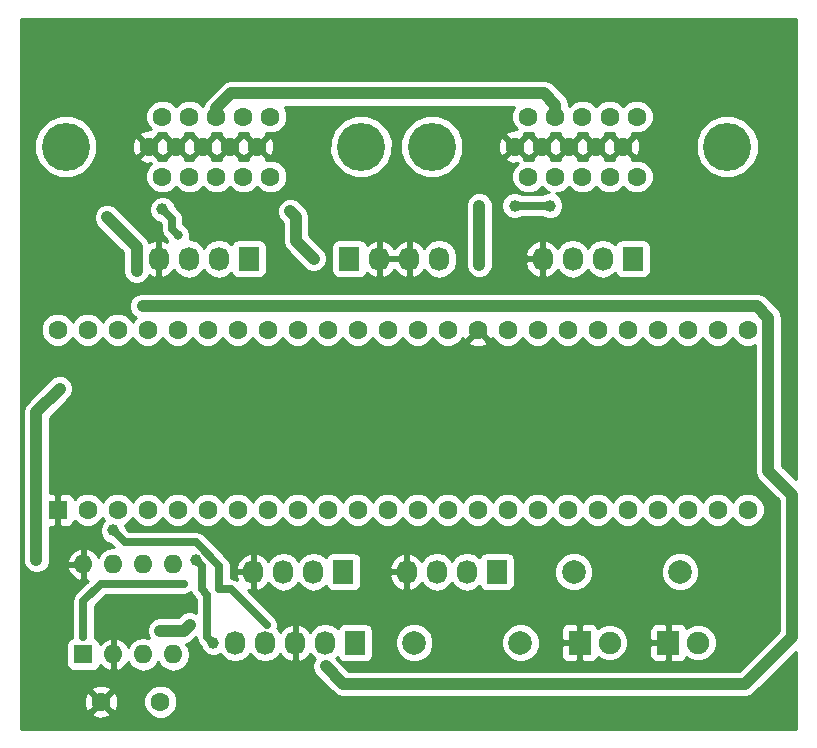
<source format=gbr>
G04 #@! TF.FileFunction,Copper,L1,Top,Signal*
%FSLAX46Y46*%
G04 Gerber Fmt 4.6, Leading zero omitted, Abs format (unit mm)*
G04 Created by KiCad (PCBNEW 4.0.5) date Monday, January 30, 2017 'AMt' 11:03:50 AM*
%MOMM*%
%LPD*%
G01*
G04 APERTURE LIST*
%ADD10C,0.100000*%
%ADD11C,1.600000*%
%ADD12R,1.600000X1.600000*%
%ADD13R,1.727200X2.032000*%
%ADD14O,1.727200X2.032000*%
%ADD15R,1.900000X2.000000*%
%ADD16C,1.900000*%
%ADD17C,4.064000*%
%ADD18C,1.600200*%
%ADD19O,1.600000X1.600000*%
%ADD20C,2.000000*%
%ADD21C,1.000000*%
%ADD22C,0.800000*%
%ADD23C,0.600000*%
%ADD24C,1.000000*%
%ADD25C,0.650000*%
%ADD26C,0.254000*%
G04 APERTURE END LIST*
D10*
D11*
X193455001Y-123755000D03*
X195995001Y-123755000D03*
X198535001Y-123755000D03*
X201075001Y-123755000D03*
X190915001Y-123755000D03*
X188375001Y-123755000D03*
X185835001Y-123755000D03*
X203615001Y-123755000D03*
X206155001Y-123755000D03*
X208695001Y-123755000D03*
X211235001Y-123755000D03*
X211235001Y-108515000D03*
X208695001Y-108515000D03*
X206155001Y-108515000D03*
X203615001Y-108515000D03*
X201075001Y-108515000D03*
X198535001Y-108515000D03*
X195995001Y-108515000D03*
X193455001Y-108515000D03*
X183295001Y-123755000D03*
X180755001Y-123755000D03*
X178215001Y-123755000D03*
X175675001Y-123755000D03*
X173135001Y-123755000D03*
X170595001Y-123755000D03*
X168055001Y-123755000D03*
X165515001Y-123755000D03*
X162975001Y-123755000D03*
X160435001Y-123755000D03*
X157895001Y-123755000D03*
X155355001Y-123755000D03*
D12*
X152815001Y-123755000D03*
D11*
X190915001Y-108515000D03*
X188375001Y-108515000D03*
X185835001Y-108515000D03*
X183295001Y-108515000D03*
X180755001Y-108515000D03*
X178215001Y-108515000D03*
X175675001Y-108515000D03*
X173135001Y-108515000D03*
X170595001Y-108515000D03*
X168055001Y-108515000D03*
X165515001Y-108515000D03*
X162975001Y-108515000D03*
X160435001Y-108515000D03*
X157895001Y-108515000D03*
X155355001Y-108515000D03*
X152815001Y-108515000D03*
D13*
X169000000Y-102500000D03*
D14*
X166460000Y-102500000D03*
X163920000Y-102500000D03*
X161380000Y-102500000D03*
D15*
X197000000Y-135000000D03*
D16*
X199540000Y-135000000D03*
D15*
X204500000Y-135000000D03*
D16*
X207040000Y-135000000D03*
D17*
X153500660Y-93000000D03*
X178499340Y-93000000D03*
D18*
X170830000Y-90460000D03*
X169685000Y-93000000D03*
X168540000Y-90460000D03*
X166250000Y-90460000D03*
X163960000Y-90460000D03*
X161670000Y-90460000D03*
X167395000Y-93000000D03*
X165105000Y-93000000D03*
X162815000Y-93000000D03*
X160525000Y-93000000D03*
X170830000Y-95540000D03*
X168540000Y-95540000D03*
X166250000Y-95540000D03*
X163960000Y-95540000D03*
X161670000Y-95540000D03*
D17*
X184500660Y-93000000D03*
X209499340Y-93000000D03*
D18*
X201830000Y-90460000D03*
X200685000Y-93000000D03*
X199540000Y-90460000D03*
X197250000Y-90460000D03*
X194960000Y-90460000D03*
X192670000Y-90460000D03*
X198395000Y-93000000D03*
X196105000Y-93000000D03*
X193815000Y-93000000D03*
X191525000Y-93000000D03*
X201830000Y-95540000D03*
X199540000Y-95540000D03*
X197250000Y-95540000D03*
X194960000Y-95540000D03*
X192670000Y-95540000D03*
D13*
X177000000Y-129000000D03*
D14*
X174460000Y-129000000D03*
X171920000Y-129000000D03*
X169380000Y-129000000D03*
D13*
X190000000Y-129000000D03*
D14*
X187460000Y-129000000D03*
X184920000Y-129000000D03*
X182380000Y-129000000D03*
D13*
X201500000Y-102500000D03*
D14*
X198960000Y-102500000D03*
X196420000Y-102500000D03*
X193880000Y-102500000D03*
D13*
X178000000Y-135000000D03*
D14*
X175460000Y-135000000D03*
X172920000Y-135000000D03*
X170380000Y-135000000D03*
X167840000Y-135000000D03*
D12*
X155000000Y-136000000D03*
D19*
X162620000Y-128380000D03*
X157540000Y-136000000D03*
X160080000Y-128380000D03*
X160080000Y-136000000D03*
X157540000Y-128380000D03*
X162620000Y-136000000D03*
X155000000Y-128380000D03*
D20*
X196500000Y-129000000D03*
X205500000Y-129000000D03*
X183000000Y-135000000D03*
X192000000Y-135000000D03*
D13*
X177500000Y-102500000D03*
D14*
X180040000Y-102500000D03*
X182580000Y-102500000D03*
X185120000Y-102500000D03*
D11*
X161500000Y-140000000D03*
X156500000Y-140000000D03*
D21*
X174500000Y-102500000D03*
X172500000Y-98474998D03*
X153000000Y-113500000D03*
X151000000Y-128000000D03*
X161500000Y-134000000D03*
X164000000Y-133500000D03*
X159500000Y-103500000D03*
X157000000Y-99000000D03*
X188500000Y-103000000D03*
X188500000Y-98000000D03*
X194500000Y-98000000D03*
X191500000Y-98000000D03*
X161670000Y-98330000D03*
D22*
X163000000Y-100500000D03*
D23*
X175500000Y-137000000D03*
D21*
X160000000Y-106500000D03*
D23*
X170500000Y-133500000D03*
D21*
X157500000Y-125500000D03*
X164500000Y-128000000D03*
X166000000Y-135000000D03*
D23*
X163500000Y-130000000D03*
X155000000Y-134500000D03*
D24*
X173000000Y-101000000D02*
X174500000Y-102500000D01*
X173000000Y-98974998D02*
X173000000Y-101000000D01*
X172500000Y-98474998D02*
X173000000Y-98974998D01*
X151000000Y-115500000D02*
X153000000Y-113500000D01*
X151000000Y-128000000D02*
X151000000Y-115500000D01*
X163500000Y-134000000D02*
X161500000Y-134000000D01*
X164000000Y-133500000D02*
X163500000Y-134000000D01*
X159500000Y-101500000D02*
X157000000Y-99000000D01*
X159500000Y-103500000D02*
X159500000Y-101500000D01*
X188500000Y-103000000D02*
X188500000Y-98000000D01*
X166250000Y-90460000D02*
X166250000Y-89750000D01*
X166250000Y-89750000D02*
X167500000Y-88500000D01*
X194960000Y-89460000D02*
X194960000Y-90460000D01*
X194000000Y-88500000D02*
X194960000Y-89460000D01*
X167500000Y-88500000D02*
X194000000Y-88500000D01*
D25*
X191500000Y-98000000D02*
X194500000Y-98000000D01*
X161670000Y-98330000D02*
X162500000Y-99160000D01*
X162500000Y-99160000D02*
X162500000Y-100000000D01*
X162500000Y-100000000D02*
X163000000Y-100500000D01*
D24*
X160000000Y-106500000D02*
X212000000Y-106500000D01*
X212000000Y-106500000D02*
X213000000Y-107500000D01*
X213000000Y-107500000D02*
X213000000Y-120500000D01*
X213000000Y-120500000D02*
X215000000Y-122500000D01*
X215000000Y-122500000D02*
X215000000Y-134500000D01*
X215000000Y-134500000D02*
X211000000Y-138500000D01*
X211000000Y-138500000D02*
X177000000Y-138500000D01*
X177000000Y-138500000D02*
X175500000Y-137000000D01*
D25*
X167500000Y-130500000D02*
X170500000Y-133500000D01*
X166500000Y-130500000D02*
X167500000Y-130500000D01*
X158500000Y-126500000D02*
X157500000Y-125500000D01*
X166500000Y-128500000D02*
X164500000Y-126500000D01*
X166500000Y-130500000D02*
X166500000Y-128500000D01*
X158500000Y-126500000D02*
X164500000Y-126500000D01*
X165000000Y-130500000D02*
X165500000Y-131000000D01*
X164500000Y-128000000D02*
X165000000Y-128500000D01*
X165000000Y-128500000D02*
X165000000Y-130500000D01*
X165500000Y-134500000D02*
X166000000Y-135000000D01*
X165500000Y-131000000D02*
X165500000Y-134500000D01*
X155000000Y-131500000D02*
X155000000Y-134500000D01*
X155000000Y-131500000D02*
X156500000Y-130000000D01*
X156500000Y-130000000D02*
X163500000Y-130000000D01*
D26*
G36*
X215290000Y-121184868D02*
X214135000Y-120029868D01*
X214135000Y-107500000D01*
X214095054Y-107299176D01*
X214048604Y-107065655D01*
X213802567Y-106697434D01*
X212802566Y-105697434D01*
X212434346Y-105451397D01*
X212000000Y-105365000D01*
X160000990Y-105365000D01*
X159775225Y-105364803D01*
X159357914Y-105537233D01*
X159038355Y-105856235D01*
X158865197Y-106273244D01*
X158864803Y-106724775D01*
X159037233Y-107142086D01*
X159356235Y-107461645D01*
X159428830Y-107491789D01*
X159219177Y-107701077D01*
X159165139Y-107831215D01*
X159112244Y-107703200D01*
X158708924Y-107299176D01*
X158181692Y-107080250D01*
X157610814Y-107079752D01*
X157083201Y-107297757D01*
X156679177Y-107701077D01*
X156625139Y-107831215D01*
X156572244Y-107703200D01*
X156168924Y-107299176D01*
X155641692Y-107080250D01*
X155070814Y-107079752D01*
X154543201Y-107297757D01*
X154139177Y-107701077D01*
X154085139Y-107831215D01*
X154032244Y-107703200D01*
X153628924Y-107299176D01*
X153101692Y-107080250D01*
X152530814Y-107079752D01*
X152003201Y-107297757D01*
X151599177Y-107701077D01*
X151380251Y-108228309D01*
X151379753Y-108799187D01*
X151597758Y-109326800D01*
X152001078Y-109730824D01*
X152528310Y-109949750D01*
X153099188Y-109950248D01*
X153626801Y-109732243D01*
X154030825Y-109328923D01*
X154084863Y-109198785D01*
X154137758Y-109326800D01*
X154541078Y-109730824D01*
X155068310Y-109949750D01*
X155639188Y-109950248D01*
X156166801Y-109732243D01*
X156570825Y-109328923D01*
X156624863Y-109198785D01*
X156677758Y-109326800D01*
X157081078Y-109730824D01*
X157608310Y-109949750D01*
X158179188Y-109950248D01*
X158706801Y-109732243D01*
X159110825Y-109328923D01*
X159164863Y-109198785D01*
X159217758Y-109326800D01*
X159621078Y-109730824D01*
X160148310Y-109949750D01*
X160719188Y-109950248D01*
X161246801Y-109732243D01*
X161650825Y-109328923D01*
X161704863Y-109198785D01*
X161757758Y-109326800D01*
X162161078Y-109730824D01*
X162688310Y-109949750D01*
X163259188Y-109950248D01*
X163786801Y-109732243D01*
X164190825Y-109328923D01*
X164244863Y-109198785D01*
X164297758Y-109326800D01*
X164701078Y-109730824D01*
X165228310Y-109949750D01*
X165799188Y-109950248D01*
X166326801Y-109732243D01*
X166730825Y-109328923D01*
X166784863Y-109198785D01*
X166837758Y-109326800D01*
X167241078Y-109730824D01*
X167768310Y-109949750D01*
X168339188Y-109950248D01*
X168866801Y-109732243D01*
X169270825Y-109328923D01*
X169324863Y-109198785D01*
X169377758Y-109326800D01*
X169781078Y-109730824D01*
X170308310Y-109949750D01*
X170879188Y-109950248D01*
X171406801Y-109732243D01*
X171810825Y-109328923D01*
X171864863Y-109198785D01*
X171917758Y-109326800D01*
X172321078Y-109730824D01*
X172848310Y-109949750D01*
X173419188Y-109950248D01*
X173946801Y-109732243D01*
X174350825Y-109328923D01*
X174404863Y-109198785D01*
X174457758Y-109326800D01*
X174861078Y-109730824D01*
X175388310Y-109949750D01*
X175959188Y-109950248D01*
X176486801Y-109732243D01*
X176890825Y-109328923D01*
X176944863Y-109198785D01*
X176997758Y-109326800D01*
X177401078Y-109730824D01*
X177928310Y-109949750D01*
X178499188Y-109950248D01*
X179026801Y-109732243D01*
X179430825Y-109328923D01*
X179484863Y-109198785D01*
X179537758Y-109326800D01*
X179941078Y-109730824D01*
X180468310Y-109949750D01*
X181039188Y-109950248D01*
X181566801Y-109732243D01*
X181970825Y-109328923D01*
X182024863Y-109198785D01*
X182077758Y-109326800D01*
X182481078Y-109730824D01*
X183008310Y-109949750D01*
X183579188Y-109950248D01*
X184106801Y-109732243D01*
X184510825Y-109328923D01*
X184564863Y-109198785D01*
X184617758Y-109326800D01*
X185021078Y-109730824D01*
X185548310Y-109949750D01*
X186119188Y-109950248D01*
X186646801Y-109732243D01*
X186856664Y-109522745D01*
X187546862Y-109522745D01*
X187620996Y-109768864D01*
X188158224Y-109961965D01*
X188728455Y-109934778D01*
X189129006Y-109768864D01*
X189203140Y-109522745D01*
X188375001Y-108694605D01*
X187546862Y-109522745D01*
X186856664Y-109522745D01*
X187050825Y-109328923D01*
X187098449Y-109214232D01*
X187121137Y-109269005D01*
X187367256Y-109343139D01*
X188195396Y-108515000D01*
X188181253Y-108500858D01*
X188360859Y-108321252D01*
X188375001Y-108335395D01*
X188389143Y-108321252D01*
X188568749Y-108500858D01*
X188554606Y-108515000D01*
X189382746Y-109343139D01*
X189628865Y-109269005D01*
X189649806Y-109210746D01*
X189697758Y-109326800D01*
X190101078Y-109730824D01*
X190628310Y-109949750D01*
X191199188Y-109950248D01*
X191726801Y-109732243D01*
X192130825Y-109328923D01*
X192184863Y-109198785D01*
X192237758Y-109326800D01*
X192641078Y-109730824D01*
X193168310Y-109949750D01*
X193739188Y-109950248D01*
X194266801Y-109732243D01*
X194670825Y-109328923D01*
X194724863Y-109198785D01*
X194777758Y-109326800D01*
X195181078Y-109730824D01*
X195708310Y-109949750D01*
X196279188Y-109950248D01*
X196806801Y-109732243D01*
X197210825Y-109328923D01*
X197264863Y-109198785D01*
X197317758Y-109326800D01*
X197721078Y-109730824D01*
X198248310Y-109949750D01*
X198819188Y-109950248D01*
X199346801Y-109732243D01*
X199750825Y-109328923D01*
X199804863Y-109198785D01*
X199857758Y-109326800D01*
X200261078Y-109730824D01*
X200788310Y-109949750D01*
X201359188Y-109950248D01*
X201886801Y-109732243D01*
X202290825Y-109328923D01*
X202344863Y-109198785D01*
X202397758Y-109326800D01*
X202801078Y-109730824D01*
X203328310Y-109949750D01*
X203899188Y-109950248D01*
X204426801Y-109732243D01*
X204830825Y-109328923D01*
X204884863Y-109198785D01*
X204937758Y-109326800D01*
X205341078Y-109730824D01*
X205868310Y-109949750D01*
X206439188Y-109950248D01*
X206966801Y-109732243D01*
X207370825Y-109328923D01*
X207424863Y-109198785D01*
X207477758Y-109326800D01*
X207881078Y-109730824D01*
X208408310Y-109949750D01*
X208979188Y-109950248D01*
X209506801Y-109732243D01*
X209910825Y-109328923D01*
X209964863Y-109198785D01*
X210017758Y-109326800D01*
X210421078Y-109730824D01*
X210948310Y-109949750D01*
X211519188Y-109950248D01*
X211865000Y-109807362D01*
X211865000Y-120500000D01*
X211951397Y-120934346D01*
X212197434Y-121302566D01*
X213865000Y-122970132D01*
X213865000Y-134029868D01*
X210529868Y-137365000D01*
X177470132Y-137365000D01*
X176417689Y-136312557D01*
X176519670Y-136244415D01*
X176529243Y-136230087D01*
X176533238Y-136251317D01*
X176672310Y-136467441D01*
X176884510Y-136612431D01*
X177136400Y-136663440D01*
X178863600Y-136663440D01*
X179098917Y-136619162D01*
X179315041Y-136480090D01*
X179460031Y-136267890D01*
X179511040Y-136016000D01*
X179511040Y-135323795D01*
X181364716Y-135323795D01*
X181613106Y-135924943D01*
X182072637Y-136385278D01*
X182673352Y-136634716D01*
X183323795Y-136635284D01*
X183924943Y-136386894D01*
X184385278Y-135927363D01*
X184634716Y-135326648D01*
X184634718Y-135323795D01*
X190364716Y-135323795D01*
X190613106Y-135924943D01*
X191072637Y-136385278D01*
X191673352Y-136634716D01*
X192323795Y-136635284D01*
X192924943Y-136386894D01*
X193385278Y-135927363D01*
X193634716Y-135326648D01*
X193634751Y-135285750D01*
X195415000Y-135285750D01*
X195415000Y-136126309D01*
X195511673Y-136359698D01*
X195690301Y-136538327D01*
X195923690Y-136635000D01*
X196714250Y-136635000D01*
X196873000Y-136476250D01*
X196873000Y-135127000D01*
X195573750Y-135127000D01*
X195415000Y-135285750D01*
X193634751Y-135285750D01*
X193635284Y-134676205D01*
X193386894Y-134075057D01*
X193185880Y-133873691D01*
X195415000Y-133873691D01*
X195415000Y-134714250D01*
X195573750Y-134873000D01*
X196873000Y-134873000D01*
X196873000Y-133523750D01*
X197127000Y-133523750D01*
X197127000Y-134873000D01*
X197147000Y-134873000D01*
X197147000Y-135127000D01*
X197127000Y-135127000D01*
X197127000Y-136476250D01*
X197285750Y-136635000D01*
X198076310Y-136635000D01*
X198309699Y-136538327D01*
X198488327Y-136359698D01*
X198538012Y-136239749D01*
X198640997Y-136342914D01*
X199223341Y-136584724D01*
X199853893Y-136585275D01*
X200436657Y-136344481D01*
X200882914Y-135899003D01*
X201124724Y-135316659D01*
X201124751Y-135285750D01*
X202915000Y-135285750D01*
X202915000Y-136126309D01*
X203011673Y-136359698D01*
X203190301Y-136538327D01*
X203423690Y-136635000D01*
X204214250Y-136635000D01*
X204373000Y-136476250D01*
X204373000Y-135127000D01*
X203073750Y-135127000D01*
X202915000Y-135285750D01*
X201124751Y-135285750D01*
X201125275Y-134686107D01*
X200884481Y-134103343D01*
X200655230Y-133873691D01*
X202915000Y-133873691D01*
X202915000Y-134714250D01*
X203073750Y-134873000D01*
X204373000Y-134873000D01*
X204373000Y-133523750D01*
X204627000Y-133523750D01*
X204627000Y-134873000D01*
X204647000Y-134873000D01*
X204647000Y-135127000D01*
X204627000Y-135127000D01*
X204627000Y-136476250D01*
X204785750Y-136635000D01*
X205576310Y-136635000D01*
X205809699Y-136538327D01*
X205988327Y-136359698D01*
X206038012Y-136239749D01*
X206140997Y-136342914D01*
X206723341Y-136584724D01*
X207353893Y-136585275D01*
X207936657Y-136344481D01*
X208382914Y-135899003D01*
X208624724Y-135316659D01*
X208625275Y-134686107D01*
X208384481Y-134103343D01*
X207939003Y-133657086D01*
X207356659Y-133415276D01*
X206726107Y-133414725D01*
X206143343Y-133655519D01*
X206038133Y-133760545D01*
X205988327Y-133640302D01*
X205809699Y-133461673D01*
X205576310Y-133365000D01*
X204785750Y-133365000D01*
X204627000Y-133523750D01*
X204373000Y-133523750D01*
X204214250Y-133365000D01*
X203423690Y-133365000D01*
X203190301Y-133461673D01*
X203011673Y-133640302D01*
X202915000Y-133873691D01*
X200655230Y-133873691D01*
X200439003Y-133657086D01*
X199856659Y-133415276D01*
X199226107Y-133414725D01*
X198643343Y-133655519D01*
X198538133Y-133760545D01*
X198488327Y-133640302D01*
X198309699Y-133461673D01*
X198076310Y-133365000D01*
X197285750Y-133365000D01*
X197127000Y-133523750D01*
X196873000Y-133523750D01*
X196714250Y-133365000D01*
X195923690Y-133365000D01*
X195690301Y-133461673D01*
X195511673Y-133640302D01*
X195415000Y-133873691D01*
X193185880Y-133873691D01*
X192927363Y-133614722D01*
X192326648Y-133365284D01*
X191676205Y-133364716D01*
X191075057Y-133613106D01*
X190614722Y-134072637D01*
X190365284Y-134673352D01*
X190364716Y-135323795D01*
X184634718Y-135323795D01*
X184635284Y-134676205D01*
X184386894Y-134075057D01*
X183927363Y-133614722D01*
X183326648Y-133365284D01*
X182676205Y-133364716D01*
X182075057Y-133613106D01*
X181614722Y-134072637D01*
X181365284Y-134673352D01*
X181364716Y-135323795D01*
X179511040Y-135323795D01*
X179511040Y-133984000D01*
X179466762Y-133748683D01*
X179327690Y-133532559D01*
X179115490Y-133387569D01*
X178863600Y-133336560D01*
X177136400Y-133336560D01*
X176901083Y-133380838D01*
X176684959Y-133519910D01*
X176539969Y-133732110D01*
X176531600Y-133773439D01*
X176519670Y-133755585D01*
X176033489Y-133430729D01*
X175460000Y-133316655D01*
X174886511Y-133430729D01*
X174400330Y-133755585D01*
X174193539Y-134065069D01*
X173822036Y-133649268D01*
X173294791Y-133395291D01*
X173279026Y-133392642D01*
X173047000Y-133513783D01*
X173047000Y-134873000D01*
X173067000Y-134873000D01*
X173067000Y-135127000D01*
X173047000Y-135127000D01*
X173047000Y-136486217D01*
X173279026Y-136607358D01*
X173294791Y-136604709D01*
X173822036Y-136350732D01*
X174193539Y-135934931D01*
X174400330Y-136244415D01*
X174584028Y-136367158D01*
X174451397Y-136565655D01*
X174365000Y-137000000D01*
X174451397Y-137434345D01*
X174697434Y-137802566D01*
X176197434Y-139302566D01*
X176565654Y-139548603D01*
X177000000Y-139635000D01*
X211000000Y-139635000D01*
X211434346Y-139548603D01*
X211802566Y-139302566D01*
X215290000Y-135815132D01*
X215290000Y-142290000D01*
X149710000Y-142290000D01*
X149710000Y-141007745D01*
X155671861Y-141007745D01*
X155745995Y-141253864D01*
X156283223Y-141446965D01*
X156853454Y-141419778D01*
X157254005Y-141253864D01*
X157328139Y-141007745D01*
X156500000Y-140179605D01*
X155671861Y-141007745D01*
X149710000Y-141007745D01*
X149710000Y-139783223D01*
X155053035Y-139783223D01*
X155080222Y-140353454D01*
X155246136Y-140754005D01*
X155492255Y-140828139D01*
X156320395Y-140000000D01*
X156679605Y-140000000D01*
X157507745Y-140828139D01*
X157753864Y-140754005D01*
X157922735Y-140284187D01*
X160064752Y-140284187D01*
X160282757Y-140811800D01*
X160686077Y-141215824D01*
X161213309Y-141434750D01*
X161784187Y-141435248D01*
X162311800Y-141217243D01*
X162715824Y-140813923D01*
X162934750Y-140286691D01*
X162935248Y-139715813D01*
X162717243Y-139188200D01*
X162313923Y-138784176D01*
X161786691Y-138565250D01*
X161215813Y-138564752D01*
X160688200Y-138782757D01*
X160284176Y-139186077D01*
X160065250Y-139713309D01*
X160064752Y-140284187D01*
X157922735Y-140284187D01*
X157946965Y-140216777D01*
X157919778Y-139646546D01*
X157753864Y-139245995D01*
X157507745Y-139171861D01*
X156679605Y-140000000D01*
X156320395Y-140000000D01*
X155492255Y-139171861D01*
X155246136Y-139245995D01*
X155053035Y-139783223D01*
X149710000Y-139783223D01*
X149710000Y-138992255D01*
X155671861Y-138992255D01*
X156500000Y-139820395D01*
X157328139Y-138992255D01*
X157254005Y-138746136D01*
X156716777Y-138553035D01*
X156146546Y-138580222D01*
X155745995Y-138746136D01*
X155671861Y-138992255D01*
X149710000Y-138992255D01*
X149710000Y-128224775D01*
X149864803Y-128224775D01*
X150037233Y-128642086D01*
X150356235Y-128961645D01*
X150773244Y-129134803D01*
X151224775Y-129135197D01*
X151642086Y-128962767D01*
X151876220Y-128729041D01*
X153608086Y-128729041D01*
X153847611Y-129235134D01*
X154262577Y-129611041D01*
X154650961Y-129771904D01*
X154873000Y-129649915D01*
X154873000Y-128507000D01*
X153729371Y-128507000D01*
X153608086Y-128729041D01*
X151876220Y-128729041D01*
X151961645Y-128643765D01*
X152134803Y-128226756D01*
X152134973Y-128030959D01*
X153608086Y-128030959D01*
X153729371Y-128253000D01*
X154873000Y-128253000D01*
X154873000Y-127110085D01*
X154650961Y-126988096D01*
X154262577Y-127148959D01*
X153847611Y-127524866D01*
X153608086Y-128030959D01*
X152134973Y-128030959D01*
X152135197Y-127775225D01*
X152135000Y-127774748D01*
X152135000Y-125190000D01*
X152529251Y-125190000D01*
X152688001Y-125031250D01*
X152688001Y-123882000D01*
X152668001Y-123882000D01*
X152668001Y-123628000D01*
X152688001Y-123628000D01*
X152688001Y-122478750D01*
X152942001Y-122478750D01*
X152942001Y-123628000D01*
X152962001Y-123628000D01*
X152962001Y-123882000D01*
X152942001Y-123882000D01*
X152942001Y-125031250D01*
X153100751Y-125190000D01*
X153741310Y-125190000D01*
X153974699Y-125093327D01*
X154153328Y-124914699D01*
X154250001Y-124681310D01*
X154250001Y-124679239D01*
X154541078Y-124970824D01*
X155068310Y-125189750D01*
X155639188Y-125190248D01*
X156166801Y-124972243D01*
X156570825Y-124568923D01*
X156624863Y-124438785D01*
X156677758Y-124566800D01*
X156752895Y-124642069D01*
X156538355Y-124856235D01*
X156365197Y-125273244D01*
X156364803Y-125724775D01*
X156537233Y-126142086D01*
X156856235Y-126461645D01*
X157273244Y-126634803D01*
X157277161Y-126634806D01*
X157564020Y-126921665D01*
X157540000Y-126916887D01*
X156990849Y-127026120D01*
X156525302Y-127337189D01*
X156255014Y-127741703D01*
X156152389Y-127524866D01*
X155737423Y-127148959D01*
X155349039Y-126988096D01*
X155127000Y-127110085D01*
X155127000Y-128253000D01*
X155147000Y-128253000D01*
X155147000Y-128507000D01*
X155127000Y-128507000D01*
X155127000Y-129649915D01*
X155349039Y-129771904D01*
X155385589Y-129756765D01*
X154321177Y-130821177D01*
X154113076Y-131132624D01*
X154039999Y-131500000D01*
X154040000Y-131500005D01*
X154040000Y-134500000D01*
X154055850Y-134579684D01*
X153964683Y-134596838D01*
X153748559Y-134735910D01*
X153603569Y-134948110D01*
X153552560Y-135200000D01*
X153552560Y-136800000D01*
X153596838Y-137035317D01*
X153735910Y-137251441D01*
X153948110Y-137396431D01*
X154200000Y-137447440D01*
X155800000Y-137447440D01*
X156035317Y-137403162D01*
X156251441Y-137264090D01*
X156396431Y-137051890D01*
X156428732Y-136892384D01*
X156802577Y-137231041D01*
X157190961Y-137391904D01*
X157413000Y-137269915D01*
X157413000Y-136127000D01*
X157393000Y-136127000D01*
X157393000Y-135873000D01*
X157413000Y-135873000D01*
X157413000Y-134730085D01*
X157190961Y-134608096D01*
X156802577Y-134768959D01*
X156429864Y-135106590D01*
X156403162Y-134964683D01*
X156264090Y-134748559D01*
X156051890Y-134603569D01*
X155943755Y-134581671D01*
X155960000Y-134500000D01*
X155960000Y-131897646D01*
X156897645Y-130960000D01*
X163500000Y-130960000D01*
X163625131Y-130935110D01*
X163685167Y-130935162D01*
X163741142Y-130912034D01*
X163867376Y-130886924D01*
X163973457Y-130816043D01*
X164028943Y-130793117D01*
X164071805Y-130750330D01*
X164087683Y-130739720D01*
X164113076Y-130867376D01*
X164321177Y-131178823D01*
X164540000Y-131397646D01*
X164540000Y-132495268D01*
X164226756Y-132365197D01*
X163775225Y-132364803D01*
X163357914Y-132537233D01*
X163038355Y-132856235D01*
X163038158Y-132856710D01*
X163029868Y-132865000D01*
X161500990Y-132865000D01*
X161275225Y-132864803D01*
X160857914Y-133037233D01*
X160538355Y-133356235D01*
X160365197Y-133773244D01*
X160364803Y-134224775D01*
X160530818Y-134626560D01*
X160080000Y-134536887D01*
X159530849Y-134646120D01*
X159065302Y-134957189D01*
X158795014Y-135361703D01*
X158692389Y-135144866D01*
X158277423Y-134768959D01*
X157889039Y-134608096D01*
X157667000Y-134730085D01*
X157667000Y-135873000D01*
X157687000Y-135873000D01*
X157687000Y-136127000D01*
X157667000Y-136127000D01*
X157667000Y-137269915D01*
X157889039Y-137391904D01*
X158277423Y-137231041D01*
X158692389Y-136855134D01*
X158795014Y-136638297D01*
X159065302Y-137042811D01*
X159530849Y-137353880D01*
X160080000Y-137463113D01*
X160629151Y-137353880D01*
X161094698Y-137042811D01*
X161350000Y-136660725D01*
X161605302Y-137042811D01*
X162070849Y-137353880D01*
X162620000Y-137463113D01*
X163169151Y-137353880D01*
X163634698Y-137042811D01*
X163945767Y-136577264D01*
X164055000Y-136028113D01*
X164055000Y-135971887D01*
X163945767Y-135422736D01*
X163723767Y-135090490D01*
X163934346Y-135048603D01*
X164302566Y-134802566D01*
X164550805Y-134554327D01*
X164613076Y-134867376D01*
X164821177Y-135178823D01*
X164864805Y-135222451D01*
X164864803Y-135224775D01*
X165037233Y-135642086D01*
X165356235Y-135961645D01*
X165773244Y-136134803D01*
X166224775Y-136135197D01*
X166602945Y-135978940D01*
X166780330Y-136244415D01*
X167266511Y-136569271D01*
X167840000Y-136683345D01*
X168413489Y-136569271D01*
X168899670Y-136244415D01*
X169110000Y-135929634D01*
X169320330Y-136244415D01*
X169806511Y-136569271D01*
X170380000Y-136683345D01*
X170953489Y-136569271D01*
X171439670Y-136244415D01*
X171646461Y-135934931D01*
X172017964Y-136350732D01*
X172545209Y-136604709D01*
X172560974Y-136607358D01*
X172793000Y-136486217D01*
X172793000Y-135127000D01*
X172773000Y-135127000D01*
X172773000Y-134873000D01*
X172793000Y-134873000D01*
X172793000Y-133513783D01*
X172560974Y-133392642D01*
X172545209Y-133395291D01*
X172017964Y-133649268D01*
X171646461Y-134065069D01*
X171439670Y-133755585D01*
X171413528Y-133738118D01*
X171434838Y-133686799D01*
X171434891Y-133626235D01*
X171460001Y-133500000D01*
X171435110Y-133374865D01*
X171435162Y-133314833D01*
X171412034Y-133258859D01*
X171386924Y-133132624D01*
X171316044Y-133026544D01*
X171293117Y-132971057D01*
X171250328Y-132928194D01*
X171178823Y-132821178D01*
X168922526Y-130564880D01*
X169005209Y-130604709D01*
X169020974Y-130607358D01*
X169253000Y-130486217D01*
X169253000Y-129127000D01*
X168039076Y-129127000D01*
X167894816Y-129361913D01*
X168017839Y-129713611D01*
X167867376Y-129613076D01*
X167500000Y-129539999D01*
X167499995Y-129540000D01*
X167460000Y-129540000D01*
X167460000Y-128638087D01*
X167894816Y-128638087D01*
X168039076Y-128873000D01*
X169253000Y-128873000D01*
X169253000Y-127513783D01*
X169507000Y-127513783D01*
X169507000Y-128873000D01*
X169527000Y-128873000D01*
X169527000Y-129127000D01*
X169507000Y-129127000D01*
X169507000Y-130486217D01*
X169739026Y-130607358D01*
X169754791Y-130604709D01*
X170282036Y-130350732D01*
X170653539Y-129934931D01*
X170860330Y-130244415D01*
X171346511Y-130569271D01*
X171920000Y-130683345D01*
X172493489Y-130569271D01*
X172979670Y-130244415D01*
X173190000Y-129929634D01*
X173400330Y-130244415D01*
X173886511Y-130569271D01*
X174460000Y-130683345D01*
X175033489Y-130569271D01*
X175519670Y-130244415D01*
X175529243Y-130230087D01*
X175533238Y-130251317D01*
X175672310Y-130467441D01*
X175884510Y-130612431D01*
X176136400Y-130663440D01*
X177863600Y-130663440D01*
X178098917Y-130619162D01*
X178315041Y-130480090D01*
X178460031Y-130267890D01*
X178511040Y-130016000D01*
X178511040Y-129361913D01*
X180894816Y-129361913D01*
X181088046Y-129914320D01*
X181477964Y-130350732D01*
X182005209Y-130604709D01*
X182020974Y-130607358D01*
X182253000Y-130486217D01*
X182253000Y-129127000D01*
X181039076Y-129127000D01*
X180894816Y-129361913D01*
X178511040Y-129361913D01*
X178511040Y-128638087D01*
X180894816Y-128638087D01*
X181039076Y-128873000D01*
X182253000Y-128873000D01*
X182253000Y-127513783D01*
X182507000Y-127513783D01*
X182507000Y-128873000D01*
X182527000Y-128873000D01*
X182527000Y-129127000D01*
X182507000Y-129127000D01*
X182507000Y-130486217D01*
X182739026Y-130607358D01*
X182754791Y-130604709D01*
X183282036Y-130350732D01*
X183653539Y-129934931D01*
X183860330Y-130244415D01*
X184346511Y-130569271D01*
X184920000Y-130683345D01*
X185493489Y-130569271D01*
X185979670Y-130244415D01*
X186190000Y-129929634D01*
X186400330Y-130244415D01*
X186886511Y-130569271D01*
X187460000Y-130683345D01*
X188033489Y-130569271D01*
X188519670Y-130244415D01*
X188529243Y-130230087D01*
X188533238Y-130251317D01*
X188672310Y-130467441D01*
X188884510Y-130612431D01*
X189136400Y-130663440D01*
X190863600Y-130663440D01*
X191098917Y-130619162D01*
X191315041Y-130480090D01*
X191460031Y-130267890D01*
X191511040Y-130016000D01*
X191511040Y-129323795D01*
X194864716Y-129323795D01*
X195113106Y-129924943D01*
X195572637Y-130385278D01*
X196173352Y-130634716D01*
X196823795Y-130635284D01*
X197424943Y-130386894D01*
X197885278Y-129927363D01*
X198134716Y-129326648D01*
X198134718Y-129323795D01*
X203864716Y-129323795D01*
X204113106Y-129924943D01*
X204572637Y-130385278D01*
X205173352Y-130634716D01*
X205823795Y-130635284D01*
X206424943Y-130386894D01*
X206885278Y-129927363D01*
X207134716Y-129326648D01*
X207135284Y-128676205D01*
X206886894Y-128075057D01*
X206427363Y-127614722D01*
X205826648Y-127365284D01*
X205176205Y-127364716D01*
X204575057Y-127613106D01*
X204114722Y-128072637D01*
X203865284Y-128673352D01*
X203864716Y-129323795D01*
X198134718Y-129323795D01*
X198135284Y-128676205D01*
X197886894Y-128075057D01*
X197427363Y-127614722D01*
X196826648Y-127365284D01*
X196176205Y-127364716D01*
X195575057Y-127613106D01*
X195114722Y-128072637D01*
X194865284Y-128673352D01*
X194864716Y-129323795D01*
X191511040Y-129323795D01*
X191511040Y-127984000D01*
X191466762Y-127748683D01*
X191327690Y-127532559D01*
X191115490Y-127387569D01*
X190863600Y-127336560D01*
X189136400Y-127336560D01*
X188901083Y-127380838D01*
X188684959Y-127519910D01*
X188539969Y-127732110D01*
X188531600Y-127773439D01*
X188519670Y-127755585D01*
X188033489Y-127430729D01*
X187460000Y-127316655D01*
X186886511Y-127430729D01*
X186400330Y-127755585D01*
X186190000Y-128070366D01*
X185979670Y-127755585D01*
X185493489Y-127430729D01*
X184920000Y-127316655D01*
X184346511Y-127430729D01*
X183860330Y-127755585D01*
X183653539Y-128065069D01*
X183282036Y-127649268D01*
X182754791Y-127395291D01*
X182739026Y-127392642D01*
X182507000Y-127513783D01*
X182253000Y-127513783D01*
X182020974Y-127392642D01*
X182005209Y-127395291D01*
X181477964Y-127649268D01*
X181088046Y-128085680D01*
X180894816Y-128638087D01*
X178511040Y-128638087D01*
X178511040Y-127984000D01*
X178466762Y-127748683D01*
X178327690Y-127532559D01*
X178115490Y-127387569D01*
X177863600Y-127336560D01*
X176136400Y-127336560D01*
X175901083Y-127380838D01*
X175684959Y-127519910D01*
X175539969Y-127732110D01*
X175531600Y-127773439D01*
X175519670Y-127755585D01*
X175033489Y-127430729D01*
X174460000Y-127316655D01*
X173886511Y-127430729D01*
X173400330Y-127755585D01*
X173190000Y-128070366D01*
X172979670Y-127755585D01*
X172493489Y-127430729D01*
X171920000Y-127316655D01*
X171346511Y-127430729D01*
X170860330Y-127755585D01*
X170653539Y-128065069D01*
X170282036Y-127649268D01*
X169754791Y-127395291D01*
X169739026Y-127392642D01*
X169507000Y-127513783D01*
X169253000Y-127513783D01*
X169020974Y-127392642D01*
X169005209Y-127395291D01*
X168477964Y-127649268D01*
X168088046Y-128085680D01*
X167894816Y-128638087D01*
X167460000Y-128638087D01*
X167460000Y-128500005D01*
X167460001Y-128500000D01*
X167386924Y-128132624D01*
X167287617Y-127984000D01*
X167178823Y-127821177D01*
X167178820Y-127821175D01*
X165178823Y-125821177D01*
X164867376Y-125613076D01*
X164500000Y-125539999D01*
X164499995Y-125540000D01*
X158897645Y-125540000D01*
X158635195Y-125277549D01*
X158635197Y-125275225D01*
X158538706Y-125041699D01*
X158706801Y-124972243D01*
X159110825Y-124568923D01*
X159164863Y-124438785D01*
X159217758Y-124566800D01*
X159621078Y-124970824D01*
X160148310Y-125189750D01*
X160719188Y-125190248D01*
X161246801Y-124972243D01*
X161650825Y-124568923D01*
X161704863Y-124438785D01*
X161757758Y-124566800D01*
X162161078Y-124970824D01*
X162688310Y-125189750D01*
X163259188Y-125190248D01*
X163786801Y-124972243D01*
X164190825Y-124568923D01*
X164244863Y-124438785D01*
X164297758Y-124566800D01*
X164701078Y-124970824D01*
X165228310Y-125189750D01*
X165799188Y-125190248D01*
X166326801Y-124972243D01*
X166730825Y-124568923D01*
X166784863Y-124438785D01*
X166837758Y-124566800D01*
X167241078Y-124970824D01*
X167768310Y-125189750D01*
X168339188Y-125190248D01*
X168866801Y-124972243D01*
X169270825Y-124568923D01*
X169324863Y-124438785D01*
X169377758Y-124566800D01*
X169781078Y-124970824D01*
X170308310Y-125189750D01*
X170879188Y-125190248D01*
X171406801Y-124972243D01*
X171810825Y-124568923D01*
X171864863Y-124438785D01*
X171917758Y-124566800D01*
X172321078Y-124970824D01*
X172848310Y-125189750D01*
X173419188Y-125190248D01*
X173946801Y-124972243D01*
X174350825Y-124568923D01*
X174404863Y-124438785D01*
X174457758Y-124566800D01*
X174861078Y-124970824D01*
X175388310Y-125189750D01*
X175959188Y-125190248D01*
X176486801Y-124972243D01*
X176890825Y-124568923D01*
X176944863Y-124438785D01*
X176997758Y-124566800D01*
X177401078Y-124970824D01*
X177928310Y-125189750D01*
X178499188Y-125190248D01*
X179026801Y-124972243D01*
X179430825Y-124568923D01*
X179484863Y-124438785D01*
X179537758Y-124566800D01*
X179941078Y-124970824D01*
X180468310Y-125189750D01*
X181039188Y-125190248D01*
X181566801Y-124972243D01*
X181970825Y-124568923D01*
X182024863Y-124438785D01*
X182077758Y-124566800D01*
X182481078Y-124970824D01*
X183008310Y-125189750D01*
X183579188Y-125190248D01*
X184106801Y-124972243D01*
X184510825Y-124568923D01*
X184564863Y-124438785D01*
X184617758Y-124566800D01*
X185021078Y-124970824D01*
X185548310Y-125189750D01*
X186119188Y-125190248D01*
X186646801Y-124972243D01*
X187050825Y-124568923D01*
X187104863Y-124438785D01*
X187157758Y-124566800D01*
X187561078Y-124970824D01*
X188088310Y-125189750D01*
X188659188Y-125190248D01*
X189186801Y-124972243D01*
X189590825Y-124568923D01*
X189644863Y-124438785D01*
X189697758Y-124566800D01*
X190101078Y-124970824D01*
X190628310Y-125189750D01*
X191199188Y-125190248D01*
X191726801Y-124972243D01*
X192130825Y-124568923D01*
X192184863Y-124438785D01*
X192237758Y-124566800D01*
X192641078Y-124970824D01*
X193168310Y-125189750D01*
X193739188Y-125190248D01*
X194266801Y-124972243D01*
X194670825Y-124568923D01*
X194724863Y-124438785D01*
X194777758Y-124566800D01*
X195181078Y-124970824D01*
X195708310Y-125189750D01*
X196279188Y-125190248D01*
X196806801Y-124972243D01*
X197210825Y-124568923D01*
X197264863Y-124438785D01*
X197317758Y-124566800D01*
X197721078Y-124970824D01*
X198248310Y-125189750D01*
X198819188Y-125190248D01*
X199346801Y-124972243D01*
X199750825Y-124568923D01*
X199804863Y-124438785D01*
X199857758Y-124566800D01*
X200261078Y-124970824D01*
X200788310Y-125189750D01*
X201359188Y-125190248D01*
X201886801Y-124972243D01*
X202290825Y-124568923D01*
X202344863Y-124438785D01*
X202397758Y-124566800D01*
X202801078Y-124970824D01*
X203328310Y-125189750D01*
X203899188Y-125190248D01*
X204426801Y-124972243D01*
X204830825Y-124568923D01*
X204884863Y-124438785D01*
X204937758Y-124566800D01*
X205341078Y-124970824D01*
X205868310Y-125189750D01*
X206439188Y-125190248D01*
X206966801Y-124972243D01*
X207370825Y-124568923D01*
X207424863Y-124438785D01*
X207477758Y-124566800D01*
X207881078Y-124970824D01*
X208408310Y-125189750D01*
X208979188Y-125190248D01*
X209506801Y-124972243D01*
X209910825Y-124568923D01*
X209964863Y-124438785D01*
X210017758Y-124566800D01*
X210421078Y-124970824D01*
X210948310Y-125189750D01*
X211519188Y-125190248D01*
X212046801Y-124972243D01*
X212450825Y-124568923D01*
X212669751Y-124041691D01*
X212670249Y-123470813D01*
X212452244Y-122943200D01*
X212048924Y-122539176D01*
X211521692Y-122320250D01*
X210950814Y-122319752D01*
X210423201Y-122537757D01*
X210019177Y-122941077D01*
X209965139Y-123071215D01*
X209912244Y-122943200D01*
X209508924Y-122539176D01*
X208981692Y-122320250D01*
X208410814Y-122319752D01*
X207883201Y-122537757D01*
X207479177Y-122941077D01*
X207425139Y-123071215D01*
X207372244Y-122943200D01*
X206968924Y-122539176D01*
X206441692Y-122320250D01*
X205870814Y-122319752D01*
X205343201Y-122537757D01*
X204939177Y-122941077D01*
X204885139Y-123071215D01*
X204832244Y-122943200D01*
X204428924Y-122539176D01*
X203901692Y-122320250D01*
X203330814Y-122319752D01*
X202803201Y-122537757D01*
X202399177Y-122941077D01*
X202345139Y-123071215D01*
X202292244Y-122943200D01*
X201888924Y-122539176D01*
X201361692Y-122320250D01*
X200790814Y-122319752D01*
X200263201Y-122537757D01*
X199859177Y-122941077D01*
X199805139Y-123071215D01*
X199752244Y-122943200D01*
X199348924Y-122539176D01*
X198821692Y-122320250D01*
X198250814Y-122319752D01*
X197723201Y-122537757D01*
X197319177Y-122941077D01*
X197265139Y-123071215D01*
X197212244Y-122943200D01*
X196808924Y-122539176D01*
X196281692Y-122320250D01*
X195710814Y-122319752D01*
X195183201Y-122537757D01*
X194779177Y-122941077D01*
X194725139Y-123071215D01*
X194672244Y-122943200D01*
X194268924Y-122539176D01*
X193741692Y-122320250D01*
X193170814Y-122319752D01*
X192643201Y-122537757D01*
X192239177Y-122941077D01*
X192185139Y-123071215D01*
X192132244Y-122943200D01*
X191728924Y-122539176D01*
X191201692Y-122320250D01*
X190630814Y-122319752D01*
X190103201Y-122537757D01*
X189699177Y-122941077D01*
X189645139Y-123071215D01*
X189592244Y-122943200D01*
X189188924Y-122539176D01*
X188661692Y-122320250D01*
X188090814Y-122319752D01*
X187563201Y-122537757D01*
X187159177Y-122941077D01*
X187105139Y-123071215D01*
X187052244Y-122943200D01*
X186648924Y-122539176D01*
X186121692Y-122320250D01*
X185550814Y-122319752D01*
X185023201Y-122537757D01*
X184619177Y-122941077D01*
X184565139Y-123071215D01*
X184512244Y-122943200D01*
X184108924Y-122539176D01*
X183581692Y-122320250D01*
X183010814Y-122319752D01*
X182483201Y-122537757D01*
X182079177Y-122941077D01*
X182025139Y-123071215D01*
X181972244Y-122943200D01*
X181568924Y-122539176D01*
X181041692Y-122320250D01*
X180470814Y-122319752D01*
X179943201Y-122537757D01*
X179539177Y-122941077D01*
X179485139Y-123071215D01*
X179432244Y-122943200D01*
X179028924Y-122539176D01*
X178501692Y-122320250D01*
X177930814Y-122319752D01*
X177403201Y-122537757D01*
X176999177Y-122941077D01*
X176945139Y-123071215D01*
X176892244Y-122943200D01*
X176488924Y-122539176D01*
X175961692Y-122320250D01*
X175390814Y-122319752D01*
X174863201Y-122537757D01*
X174459177Y-122941077D01*
X174405139Y-123071215D01*
X174352244Y-122943200D01*
X173948924Y-122539176D01*
X173421692Y-122320250D01*
X172850814Y-122319752D01*
X172323201Y-122537757D01*
X171919177Y-122941077D01*
X171865139Y-123071215D01*
X171812244Y-122943200D01*
X171408924Y-122539176D01*
X170881692Y-122320250D01*
X170310814Y-122319752D01*
X169783201Y-122537757D01*
X169379177Y-122941077D01*
X169325139Y-123071215D01*
X169272244Y-122943200D01*
X168868924Y-122539176D01*
X168341692Y-122320250D01*
X167770814Y-122319752D01*
X167243201Y-122537757D01*
X166839177Y-122941077D01*
X166785139Y-123071215D01*
X166732244Y-122943200D01*
X166328924Y-122539176D01*
X165801692Y-122320250D01*
X165230814Y-122319752D01*
X164703201Y-122537757D01*
X164299177Y-122941077D01*
X164245139Y-123071215D01*
X164192244Y-122943200D01*
X163788924Y-122539176D01*
X163261692Y-122320250D01*
X162690814Y-122319752D01*
X162163201Y-122537757D01*
X161759177Y-122941077D01*
X161705139Y-123071215D01*
X161652244Y-122943200D01*
X161248924Y-122539176D01*
X160721692Y-122320250D01*
X160150814Y-122319752D01*
X159623201Y-122537757D01*
X159219177Y-122941077D01*
X159165139Y-123071215D01*
X159112244Y-122943200D01*
X158708924Y-122539176D01*
X158181692Y-122320250D01*
X157610814Y-122319752D01*
X157083201Y-122537757D01*
X156679177Y-122941077D01*
X156625139Y-123071215D01*
X156572244Y-122943200D01*
X156168924Y-122539176D01*
X155641692Y-122320250D01*
X155070814Y-122319752D01*
X154543201Y-122537757D01*
X154250001Y-122830446D01*
X154250001Y-122828690D01*
X154153328Y-122595301D01*
X153974699Y-122416673D01*
X153741310Y-122320000D01*
X153100751Y-122320000D01*
X152942001Y-122478750D01*
X152688001Y-122478750D01*
X152529251Y-122320000D01*
X152135000Y-122320000D01*
X152135000Y-115970132D01*
X153802152Y-114302980D01*
X153961645Y-114143765D01*
X154134803Y-113726756D01*
X154135197Y-113275225D01*
X153962767Y-112857914D01*
X153643765Y-112538355D01*
X153226756Y-112365197D01*
X152775225Y-112364803D01*
X152357914Y-112537233D01*
X152038355Y-112856235D01*
X152038158Y-112856710D01*
X150197434Y-114697434D01*
X149951397Y-115065654D01*
X149865000Y-115500000D01*
X149865000Y-127999010D01*
X149864803Y-128224775D01*
X149710000Y-128224775D01*
X149710000Y-99224775D01*
X155864803Y-99224775D01*
X156037233Y-99642086D01*
X156356235Y-99961645D01*
X156356710Y-99961842D01*
X158365000Y-101970132D01*
X158365000Y-103499010D01*
X158364803Y-103724775D01*
X158537233Y-104142086D01*
X158856235Y-104461645D01*
X159273244Y-104634803D01*
X159724775Y-104635197D01*
X160142086Y-104462767D01*
X160461645Y-104143765D01*
X160565762Y-103893025D01*
X161005209Y-104104709D01*
X161020974Y-104107358D01*
X161253000Y-103986217D01*
X161253000Y-102627000D01*
X161233000Y-102627000D01*
X161233000Y-102373000D01*
X161253000Y-102373000D01*
X161253000Y-101013783D01*
X161020974Y-100892642D01*
X161005209Y-100895291D01*
X160557604Y-101110905D01*
X160548603Y-101065654D01*
X160302566Y-100697434D01*
X158159907Y-98554775D01*
X160534803Y-98554775D01*
X160707233Y-98972086D01*
X161026235Y-99291645D01*
X161443244Y-99464803D01*
X161447161Y-99464806D01*
X161540000Y-99557645D01*
X161540000Y-99999995D01*
X161539999Y-100000000D01*
X161613076Y-100367376D01*
X161821177Y-100678823D01*
X162047553Y-100905199D01*
X162115192Y-101068898D01*
X161754791Y-100895291D01*
X161739026Y-100892642D01*
X161507000Y-101013783D01*
X161507000Y-102373000D01*
X161527000Y-102373000D01*
X161527000Y-102627000D01*
X161507000Y-102627000D01*
X161507000Y-103986217D01*
X161739026Y-104107358D01*
X161754791Y-104104709D01*
X162282036Y-103850732D01*
X162653539Y-103434931D01*
X162860330Y-103744415D01*
X163346511Y-104069271D01*
X163920000Y-104183345D01*
X164493489Y-104069271D01*
X164979670Y-103744415D01*
X165190000Y-103429634D01*
X165400330Y-103744415D01*
X165886511Y-104069271D01*
X166460000Y-104183345D01*
X167033489Y-104069271D01*
X167519670Y-103744415D01*
X167529243Y-103730087D01*
X167533238Y-103751317D01*
X167672310Y-103967441D01*
X167884510Y-104112431D01*
X168136400Y-104163440D01*
X169863600Y-104163440D01*
X170098917Y-104119162D01*
X170315041Y-103980090D01*
X170460031Y-103767890D01*
X170511040Y-103516000D01*
X170511040Y-101484000D01*
X170466762Y-101248683D01*
X170327690Y-101032559D01*
X170115490Y-100887569D01*
X169863600Y-100836560D01*
X168136400Y-100836560D01*
X167901083Y-100880838D01*
X167684959Y-101019910D01*
X167539969Y-101232110D01*
X167531600Y-101273439D01*
X167519670Y-101255585D01*
X167033489Y-100930729D01*
X166460000Y-100816655D01*
X165886511Y-100930729D01*
X165400330Y-101255585D01*
X165190000Y-101570366D01*
X164979670Y-101255585D01*
X164493489Y-100930729D01*
X163983916Y-100829369D01*
X164034820Y-100706777D01*
X164035179Y-100295029D01*
X163877942Y-99914485D01*
X163587046Y-99623081D01*
X163460000Y-99570327D01*
X163460000Y-99160005D01*
X163460001Y-99160000D01*
X163386924Y-98792624D01*
X163324883Y-98699773D01*
X171364803Y-98699773D01*
X171537233Y-99117084D01*
X171856235Y-99436643D01*
X171856710Y-99436840D01*
X171865000Y-99445130D01*
X171865000Y-101000000D01*
X171951397Y-101434346D01*
X172127187Y-101697434D01*
X172197434Y-101802566D01*
X173697020Y-103302152D01*
X173856235Y-103461645D01*
X174273244Y-103634803D01*
X174724775Y-103635197D01*
X175142086Y-103462767D01*
X175461645Y-103143765D01*
X175634803Y-102726756D01*
X175635197Y-102275225D01*
X175462767Y-101857914D01*
X175143765Y-101538355D01*
X175143290Y-101538158D01*
X175089132Y-101484000D01*
X175988960Y-101484000D01*
X175988960Y-103516000D01*
X176033238Y-103751317D01*
X176172310Y-103967441D01*
X176384510Y-104112431D01*
X176636400Y-104163440D01*
X178363600Y-104163440D01*
X178598917Y-104119162D01*
X178815041Y-103980090D01*
X178960031Y-103767890D01*
X178979232Y-103673073D01*
X179137964Y-103850732D01*
X179665209Y-104104709D01*
X179680974Y-104107358D01*
X179913000Y-103986217D01*
X179913000Y-102627000D01*
X180167000Y-102627000D01*
X180167000Y-103986217D01*
X180399026Y-104107358D01*
X180414791Y-104104709D01*
X180942036Y-103850732D01*
X181310000Y-103438892D01*
X181677964Y-103850732D01*
X182205209Y-104104709D01*
X182220974Y-104107358D01*
X182453000Y-103986217D01*
X182453000Y-102627000D01*
X180167000Y-102627000D01*
X179913000Y-102627000D01*
X179893000Y-102627000D01*
X179893000Y-102373000D01*
X179913000Y-102373000D01*
X179913000Y-101013783D01*
X180167000Y-101013783D01*
X180167000Y-102373000D01*
X182453000Y-102373000D01*
X182453000Y-101013783D01*
X182707000Y-101013783D01*
X182707000Y-102373000D01*
X182727000Y-102373000D01*
X182727000Y-102627000D01*
X182707000Y-102627000D01*
X182707000Y-103986217D01*
X182939026Y-104107358D01*
X182954791Y-104104709D01*
X183482036Y-103850732D01*
X183853539Y-103434931D01*
X184060330Y-103744415D01*
X184546511Y-104069271D01*
X185120000Y-104183345D01*
X185693489Y-104069271D01*
X186179670Y-103744415D01*
X186504526Y-103258234D01*
X186618600Y-102684745D01*
X186618600Y-102315255D01*
X186504526Y-101741766D01*
X186179670Y-101255585D01*
X185693489Y-100930729D01*
X185120000Y-100816655D01*
X184546511Y-100930729D01*
X184060330Y-101255585D01*
X183853539Y-101565069D01*
X183482036Y-101149268D01*
X182954791Y-100895291D01*
X182939026Y-100892642D01*
X182707000Y-101013783D01*
X182453000Y-101013783D01*
X182220974Y-100892642D01*
X182205209Y-100895291D01*
X181677964Y-101149268D01*
X181310000Y-101561108D01*
X180942036Y-101149268D01*
X180414791Y-100895291D01*
X180399026Y-100892642D01*
X180167000Y-101013783D01*
X179913000Y-101013783D01*
X179680974Y-100892642D01*
X179665209Y-100895291D01*
X179137964Y-101149268D01*
X178981093Y-101324845D01*
X178966762Y-101248683D01*
X178827690Y-101032559D01*
X178615490Y-100887569D01*
X178363600Y-100836560D01*
X176636400Y-100836560D01*
X176401083Y-100880838D01*
X176184959Y-101019910D01*
X176039969Y-101232110D01*
X175988960Y-101484000D01*
X175089132Y-101484000D01*
X174135000Y-100529868D01*
X174135000Y-98974998D01*
X174048603Y-98540652D01*
X173837541Y-98224775D01*
X187364803Y-98224775D01*
X187365000Y-98225252D01*
X187365000Y-102999010D01*
X187364803Y-103224775D01*
X187537233Y-103642086D01*
X187856235Y-103961645D01*
X188273244Y-104134803D01*
X188724775Y-104135197D01*
X189142086Y-103962767D01*
X189461645Y-103643765D01*
X189634803Y-103226756D01*
X189635121Y-102861913D01*
X192394816Y-102861913D01*
X192588046Y-103414320D01*
X192977964Y-103850732D01*
X193505209Y-104104709D01*
X193520974Y-104107358D01*
X193753000Y-103986217D01*
X193753000Y-102627000D01*
X192539076Y-102627000D01*
X192394816Y-102861913D01*
X189635121Y-102861913D01*
X189635197Y-102775225D01*
X189635000Y-102774748D01*
X189635000Y-102138087D01*
X192394816Y-102138087D01*
X192539076Y-102373000D01*
X193753000Y-102373000D01*
X193753000Y-101013783D01*
X194007000Y-101013783D01*
X194007000Y-102373000D01*
X194027000Y-102373000D01*
X194027000Y-102627000D01*
X194007000Y-102627000D01*
X194007000Y-103986217D01*
X194239026Y-104107358D01*
X194254791Y-104104709D01*
X194782036Y-103850732D01*
X195153539Y-103434931D01*
X195360330Y-103744415D01*
X195846511Y-104069271D01*
X196420000Y-104183345D01*
X196993489Y-104069271D01*
X197479670Y-103744415D01*
X197690000Y-103429634D01*
X197900330Y-103744415D01*
X198386511Y-104069271D01*
X198960000Y-104183345D01*
X199533489Y-104069271D01*
X200019670Y-103744415D01*
X200029243Y-103730087D01*
X200033238Y-103751317D01*
X200172310Y-103967441D01*
X200384510Y-104112431D01*
X200636400Y-104163440D01*
X202363600Y-104163440D01*
X202598917Y-104119162D01*
X202815041Y-103980090D01*
X202960031Y-103767890D01*
X203011040Y-103516000D01*
X203011040Y-101484000D01*
X202966762Y-101248683D01*
X202827690Y-101032559D01*
X202615490Y-100887569D01*
X202363600Y-100836560D01*
X200636400Y-100836560D01*
X200401083Y-100880838D01*
X200184959Y-101019910D01*
X200039969Y-101232110D01*
X200031600Y-101273439D01*
X200019670Y-101255585D01*
X199533489Y-100930729D01*
X198960000Y-100816655D01*
X198386511Y-100930729D01*
X197900330Y-101255585D01*
X197690000Y-101570366D01*
X197479670Y-101255585D01*
X196993489Y-100930729D01*
X196420000Y-100816655D01*
X195846511Y-100930729D01*
X195360330Y-101255585D01*
X195153539Y-101565069D01*
X194782036Y-101149268D01*
X194254791Y-100895291D01*
X194239026Y-100892642D01*
X194007000Y-101013783D01*
X193753000Y-101013783D01*
X193520974Y-100892642D01*
X193505209Y-100895291D01*
X192977964Y-101149268D01*
X192588046Y-101585680D01*
X192394816Y-102138087D01*
X189635000Y-102138087D01*
X189635000Y-98224775D01*
X190364803Y-98224775D01*
X190537233Y-98642086D01*
X190856235Y-98961645D01*
X191273244Y-99134803D01*
X191724775Y-99135197D01*
X192142086Y-98962767D01*
X192144858Y-98960000D01*
X193854593Y-98960000D01*
X193856235Y-98961645D01*
X194273244Y-99134803D01*
X194724775Y-99135197D01*
X195142086Y-98962767D01*
X195461645Y-98643765D01*
X195634803Y-98226756D01*
X195635197Y-97775225D01*
X195462767Y-97357914D01*
X195143765Y-97038355D01*
X194991497Y-96975128D01*
X195244207Y-96975348D01*
X195771857Y-96757328D01*
X196105227Y-96424539D01*
X196436020Y-96755909D01*
X196963289Y-96974850D01*
X197534207Y-96975348D01*
X198061857Y-96757328D01*
X198395227Y-96424539D01*
X198726020Y-96755909D01*
X199253289Y-96974850D01*
X199824207Y-96975348D01*
X200351857Y-96757328D01*
X200685227Y-96424539D01*
X201016020Y-96755909D01*
X201543289Y-96974850D01*
X202114207Y-96975348D01*
X202641857Y-96757328D01*
X203045909Y-96353980D01*
X203264850Y-95826711D01*
X203265348Y-95255793D01*
X203047328Y-94728143D01*
X202643980Y-94324091D01*
X202116711Y-94105150D01*
X201545793Y-94104652D01*
X201475261Y-94133795D01*
X201513212Y-94007817D01*
X200685000Y-93179605D01*
X199856788Y-94007817D01*
X199894602Y-94133341D01*
X199826711Y-94105150D01*
X199255793Y-94104652D01*
X199185261Y-94133795D01*
X199223212Y-94007817D01*
X198395000Y-93179605D01*
X197566788Y-94007817D01*
X197604602Y-94133341D01*
X197536711Y-94105150D01*
X196965793Y-94104652D01*
X196895261Y-94133795D01*
X196933212Y-94007817D01*
X196105000Y-93179605D01*
X195276788Y-94007817D01*
X195314602Y-94133341D01*
X195246711Y-94105150D01*
X194675793Y-94104652D01*
X194605261Y-94133795D01*
X194643212Y-94007817D01*
X193815000Y-93179605D01*
X192986788Y-94007817D01*
X193024602Y-94133341D01*
X192956711Y-94105150D01*
X192385793Y-94104652D01*
X192315261Y-94133795D01*
X192353212Y-94007817D01*
X191525000Y-93179605D01*
X190696788Y-94007817D01*
X190770935Y-94253947D01*
X191308200Y-94447064D01*
X191754864Y-94425771D01*
X191454091Y-94726020D01*
X191235150Y-95253289D01*
X191234652Y-95824207D01*
X191452672Y-96351857D01*
X191856020Y-96755909D01*
X192383289Y-96974850D01*
X192954207Y-96975348D01*
X193481857Y-96757328D01*
X193815227Y-96424539D01*
X194146020Y-96755909D01*
X194408546Y-96864919D01*
X194275225Y-96864803D01*
X193857914Y-97037233D01*
X193855142Y-97040000D01*
X192145407Y-97040000D01*
X192143765Y-97038355D01*
X191726756Y-96865197D01*
X191275225Y-96864803D01*
X190857914Y-97037233D01*
X190538355Y-97356235D01*
X190365197Y-97773244D01*
X190364803Y-98224775D01*
X189635000Y-98224775D01*
X189635000Y-98000991D01*
X189635197Y-97775225D01*
X189462767Y-97357914D01*
X189143765Y-97038355D01*
X188726756Y-96865197D01*
X188275225Y-96864803D01*
X187857914Y-97037233D01*
X187538355Y-97356235D01*
X187365197Y-97773244D01*
X187364803Y-98224775D01*
X173837541Y-98224775D01*
X173802566Y-98172432D01*
X173302980Y-97672846D01*
X173143765Y-97513353D01*
X172726756Y-97340195D01*
X172275225Y-97339801D01*
X171857914Y-97512231D01*
X171538355Y-97831233D01*
X171365197Y-98248242D01*
X171364803Y-98699773D01*
X163324883Y-98699773D01*
X163178823Y-98481177D01*
X163178820Y-98481175D01*
X162805195Y-98107550D01*
X162805197Y-98105225D01*
X162632767Y-97687914D01*
X162313765Y-97368355D01*
X161896756Y-97195197D01*
X161445225Y-97194803D01*
X161027914Y-97367233D01*
X160708355Y-97686235D01*
X160535197Y-98103244D01*
X160534803Y-98554775D01*
X158159907Y-98554775D01*
X157802980Y-98197848D01*
X157643765Y-98038355D01*
X157226756Y-97865197D01*
X156775225Y-97864803D01*
X156357914Y-98037233D01*
X156038355Y-98356235D01*
X155865197Y-98773244D01*
X155864803Y-99224775D01*
X149710000Y-99224775D01*
X149710000Y-93528172D01*
X150833198Y-93528172D01*
X151238369Y-94508761D01*
X151987953Y-95259655D01*
X152967833Y-95666536D01*
X154028832Y-95667462D01*
X155009421Y-95262291D01*
X155760315Y-94512707D01*
X155969963Y-94007817D01*
X159696788Y-94007817D01*
X159770935Y-94253947D01*
X160308200Y-94447064D01*
X160754864Y-94425771D01*
X160454091Y-94726020D01*
X160235150Y-95253289D01*
X160234652Y-95824207D01*
X160452672Y-96351857D01*
X160856020Y-96755909D01*
X161383289Y-96974850D01*
X161954207Y-96975348D01*
X162481857Y-96757328D01*
X162815227Y-96424539D01*
X163146020Y-96755909D01*
X163673289Y-96974850D01*
X164244207Y-96975348D01*
X164771857Y-96757328D01*
X165105227Y-96424539D01*
X165436020Y-96755909D01*
X165963289Y-96974850D01*
X166534207Y-96975348D01*
X167061857Y-96757328D01*
X167395227Y-96424539D01*
X167726020Y-96755909D01*
X168253289Y-96974850D01*
X168824207Y-96975348D01*
X169351857Y-96757328D01*
X169685227Y-96424539D01*
X170016020Y-96755909D01*
X170543289Y-96974850D01*
X171114207Y-96975348D01*
X171641857Y-96757328D01*
X172045909Y-96353980D01*
X172264850Y-95826711D01*
X172265348Y-95255793D01*
X172047328Y-94728143D01*
X171643980Y-94324091D01*
X171116711Y-94105150D01*
X170545793Y-94104652D01*
X170475261Y-94133795D01*
X170513212Y-94007817D01*
X169685000Y-93179605D01*
X168856788Y-94007817D01*
X168894602Y-94133341D01*
X168826711Y-94105150D01*
X168255793Y-94104652D01*
X168185261Y-94133795D01*
X168223212Y-94007817D01*
X167395000Y-93179605D01*
X166566788Y-94007817D01*
X166604602Y-94133341D01*
X166536711Y-94105150D01*
X165965793Y-94104652D01*
X165895261Y-94133795D01*
X165933212Y-94007817D01*
X165105000Y-93179605D01*
X164276788Y-94007817D01*
X164314602Y-94133341D01*
X164246711Y-94105150D01*
X163675793Y-94104652D01*
X163605261Y-94133795D01*
X163643212Y-94007817D01*
X162815000Y-93179605D01*
X161986788Y-94007817D01*
X162024602Y-94133341D01*
X161956711Y-94105150D01*
X161385793Y-94104652D01*
X161315261Y-94133795D01*
X161353212Y-94007817D01*
X160525000Y-93179605D01*
X159696788Y-94007817D01*
X155969963Y-94007817D01*
X156167196Y-93532827D01*
X156167850Y-92783200D01*
X159077936Y-92783200D01*
X159105121Y-93353470D01*
X159271053Y-93754065D01*
X159517183Y-93828212D01*
X160345395Y-93000000D01*
X160704605Y-93000000D01*
X161532817Y-93828212D01*
X161670000Y-93786885D01*
X161807183Y-93828212D01*
X162635395Y-93000000D01*
X162994605Y-93000000D01*
X163822817Y-93828212D01*
X163960000Y-93786885D01*
X164097183Y-93828212D01*
X164925395Y-93000000D01*
X165284605Y-93000000D01*
X166112817Y-93828212D01*
X166250000Y-93786885D01*
X166387183Y-93828212D01*
X167215395Y-93000000D01*
X167574605Y-93000000D01*
X168402817Y-93828212D01*
X168540000Y-93786885D01*
X168677183Y-93828212D01*
X169505395Y-93000000D01*
X169864605Y-93000000D01*
X170692817Y-93828212D01*
X170938947Y-93754065D01*
X171020143Y-93528172D01*
X175831878Y-93528172D01*
X176237049Y-94508761D01*
X176986633Y-95259655D01*
X177966513Y-95666536D01*
X179027512Y-95667462D01*
X180008101Y-95262291D01*
X180758995Y-94512707D01*
X181165876Y-93532827D01*
X181165880Y-93528172D01*
X181833198Y-93528172D01*
X182238369Y-94508761D01*
X182987953Y-95259655D01*
X183967833Y-95666536D01*
X185028832Y-95667462D01*
X186009421Y-95262291D01*
X186760315Y-94512707D01*
X187167196Y-93532827D01*
X187167850Y-92783200D01*
X190077936Y-92783200D01*
X190105121Y-93353470D01*
X190271053Y-93754065D01*
X190517183Y-93828212D01*
X191345395Y-93000000D01*
X191704605Y-93000000D01*
X192532817Y-93828212D01*
X192670000Y-93786885D01*
X192807183Y-93828212D01*
X193635395Y-93000000D01*
X193994605Y-93000000D01*
X194822817Y-93828212D01*
X194960000Y-93786885D01*
X195097183Y-93828212D01*
X195925395Y-93000000D01*
X196284605Y-93000000D01*
X197112817Y-93828212D01*
X197250000Y-93786885D01*
X197387183Y-93828212D01*
X198215395Y-93000000D01*
X198574605Y-93000000D01*
X199402817Y-93828212D01*
X199540000Y-93786885D01*
X199677183Y-93828212D01*
X200505395Y-93000000D01*
X200864605Y-93000000D01*
X201692817Y-93828212D01*
X201938947Y-93754065D01*
X202020143Y-93528172D01*
X206831878Y-93528172D01*
X207237049Y-94508761D01*
X207986633Y-95259655D01*
X208966513Y-95666536D01*
X210027512Y-95667462D01*
X211008101Y-95262291D01*
X211758995Y-94512707D01*
X212165876Y-93532827D01*
X212166802Y-92471828D01*
X211761631Y-91491239D01*
X211012047Y-90740345D01*
X210032167Y-90333464D01*
X208971168Y-90332538D01*
X207990579Y-90737709D01*
X207239685Y-91487293D01*
X206832804Y-92467173D01*
X206831878Y-93528172D01*
X202020143Y-93528172D01*
X202132064Y-93216800D01*
X202104879Y-92646530D01*
X201938947Y-92245935D01*
X201692817Y-92171788D01*
X200864605Y-93000000D01*
X200505395Y-93000000D01*
X199677183Y-92171788D01*
X199540000Y-92213115D01*
X199402817Y-92171788D01*
X198574605Y-93000000D01*
X198215395Y-93000000D01*
X197387183Y-92171788D01*
X197250000Y-92213115D01*
X197112817Y-92171788D01*
X196284605Y-93000000D01*
X195925395Y-93000000D01*
X195097183Y-92171788D01*
X194960000Y-92213115D01*
X194822817Y-92171788D01*
X193994605Y-93000000D01*
X193635395Y-93000000D01*
X192807183Y-92171788D01*
X192670000Y-92213115D01*
X192532817Y-92171788D01*
X191704605Y-93000000D01*
X191345395Y-93000000D01*
X190517183Y-92171788D01*
X190271053Y-92245935D01*
X190077936Y-92783200D01*
X187167850Y-92783200D01*
X187168122Y-92471828D01*
X186762951Y-91491239D01*
X186013367Y-90740345D01*
X185033487Y-90333464D01*
X183972488Y-90332538D01*
X182991899Y-90737709D01*
X182241005Y-91487293D01*
X181834124Y-92467173D01*
X181833198Y-93528172D01*
X181165880Y-93528172D01*
X181166802Y-92471828D01*
X180761631Y-91491239D01*
X180012047Y-90740345D01*
X179032167Y-90333464D01*
X177971168Y-90332538D01*
X176990579Y-90737709D01*
X176239685Y-91487293D01*
X175832804Y-92467173D01*
X175831878Y-93528172D01*
X171020143Y-93528172D01*
X171132064Y-93216800D01*
X171104879Y-92646530D01*
X170938947Y-92245935D01*
X170692817Y-92171788D01*
X169864605Y-93000000D01*
X169505395Y-93000000D01*
X168677183Y-92171788D01*
X168540000Y-92213115D01*
X168402817Y-92171788D01*
X167574605Y-93000000D01*
X167215395Y-93000000D01*
X166387183Y-92171788D01*
X166250000Y-92213115D01*
X166112817Y-92171788D01*
X165284605Y-93000000D01*
X164925395Y-93000000D01*
X164097183Y-92171788D01*
X163960000Y-92213115D01*
X163822817Y-92171788D01*
X162994605Y-93000000D01*
X162635395Y-93000000D01*
X161807183Y-92171788D01*
X161670000Y-92213115D01*
X161532817Y-92171788D01*
X160704605Y-93000000D01*
X160345395Y-93000000D01*
X159517183Y-92171788D01*
X159271053Y-92245935D01*
X159077936Y-92783200D01*
X156167850Y-92783200D01*
X156168122Y-92471828D01*
X155969937Y-91992183D01*
X159696788Y-91992183D01*
X160525000Y-92820395D01*
X161353212Y-91992183D01*
X161315398Y-91866659D01*
X161383289Y-91894850D01*
X161954207Y-91895348D01*
X162024739Y-91866205D01*
X161986788Y-91992183D01*
X162815000Y-92820395D01*
X163643212Y-91992183D01*
X163605398Y-91866659D01*
X163673289Y-91894850D01*
X164244207Y-91895348D01*
X164314739Y-91866205D01*
X164276788Y-91992183D01*
X165105000Y-92820395D01*
X165933212Y-91992183D01*
X165895398Y-91866659D01*
X165963289Y-91894850D01*
X166534207Y-91895348D01*
X166604739Y-91866205D01*
X166566788Y-91992183D01*
X167395000Y-92820395D01*
X168223212Y-91992183D01*
X168185398Y-91866659D01*
X168253289Y-91894850D01*
X168824207Y-91895348D01*
X168894739Y-91866205D01*
X168856788Y-91992183D01*
X169685000Y-92820395D01*
X170513212Y-91992183D01*
X170475398Y-91866659D01*
X170543289Y-91894850D01*
X171114207Y-91895348D01*
X171641857Y-91677328D01*
X172045909Y-91273980D01*
X172264850Y-90746711D01*
X172265348Y-90175793D01*
X172047328Y-89648143D01*
X172034208Y-89635000D01*
X191465130Y-89635000D01*
X191454091Y-89646020D01*
X191235150Y-90173289D01*
X191234652Y-90744207D01*
X191452672Y-91271857D01*
X191733649Y-91553325D01*
X191171530Y-91580121D01*
X190770935Y-91746053D01*
X190696788Y-91992183D01*
X191525000Y-92820395D01*
X192353212Y-91992183D01*
X192315398Y-91866659D01*
X192383289Y-91894850D01*
X192954207Y-91895348D01*
X193024739Y-91866205D01*
X192986788Y-91992183D01*
X193815000Y-92820395D01*
X194643212Y-91992183D01*
X194605398Y-91866659D01*
X194673289Y-91894850D01*
X195244207Y-91895348D01*
X195314739Y-91866205D01*
X195276788Y-91992183D01*
X196105000Y-92820395D01*
X196933212Y-91992183D01*
X196895398Y-91866659D01*
X196963289Y-91894850D01*
X197534207Y-91895348D01*
X197604739Y-91866205D01*
X197566788Y-91992183D01*
X198395000Y-92820395D01*
X199223212Y-91992183D01*
X199185398Y-91866659D01*
X199253289Y-91894850D01*
X199824207Y-91895348D01*
X199894739Y-91866205D01*
X199856788Y-91992183D01*
X200685000Y-92820395D01*
X201513212Y-91992183D01*
X201475398Y-91866659D01*
X201543289Y-91894850D01*
X202114207Y-91895348D01*
X202641857Y-91677328D01*
X203045909Y-91273980D01*
X203264850Y-90746711D01*
X203265348Y-90175793D01*
X203047328Y-89648143D01*
X202643980Y-89244091D01*
X202116711Y-89025150D01*
X201545793Y-89024652D01*
X201018143Y-89242672D01*
X200684773Y-89575461D01*
X200353980Y-89244091D01*
X199826711Y-89025150D01*
X199255793Y-89024652D01*
X198728143Y-89242672D01*
X198394773Y-89575461D01*
X198063980Y-89244091D01*
X197536711Y-89025150D01*
X196965793Y-89024652D01*
X196438143Y-89242672D01*
X196104773Y-89575461D01*
X196095000Y-89565671D01*
X196095000Y-89460000D01*
X196008603Y-89025654D01*
X195762566Y-88657434D01*
X194802566Y-87697434D01*
X194434346Y-87451397D01*
X194000000Y-87365000D01*
X167500000Y-87365000D01*
X167065654Y-87451397D01*
X166697434Y-87697434D01*
X165447434Y-88947434D01*
X165201397Y-89315654D01*
X165160854Y-89519478D01*
X165104773Y-89575461D01*
X164773980Y-89244091D01*
X164246711Y-89025150D01*
X163675793Y-89024652D01*
X163148143Y-89242672D01*
X162814773Y-89575461D01*
X162483980Y-89244091D01*
X161956711Y-89025150D01*
X161385793Y-89024652D01*
X160858143Y-89242672D01*
X160454091Y-89646020D01*
X160235150Y-90173289D01*
X160234652Y-90744207D01*
X160452672Y-91271857D01*
X160733649Y-91553325D01*
X160171530Y-91580121D01*
X159770935Y-91746053D01*
X159696788Y-91992183D01*
X155969937Y-91992183D01*
X155762951Y-91491239D01*
X155013367Y-90740345D01*
X154033487Y-90333464D01*
X152972488Y-90332538D01*
X151991899Y-90737709D01*
X151241005Y-91487293D01*
X150834124Y-92467173D01*
X150833198Y-93528172D01*
X149710000Y-93528172D01*
X149710000Y-82210000D01*
X215290000Y-82210000D01*
X215290000Y-121184868D01*
X215290000Y-121184868D01*
G37*
X215290000Y-121184868D02*
X214135000Y-120029868D01*
X214135000Y-107500000D01*
X214095054Y-107299176D01*
X214048604Y-107065655D01*
X213802567Y-106697434D01*
X212802566Y-105697434D01*
X212434346Y-105451397D01*
X212000000Y-105365000D01*
X160000990Y-105365000D01*
X159775225Y-105364803D01*
X159357914Y-105537233D01*
X159038355Y-105856235D01*
X158865197Y-106273244D01*
X158864803Y-106724775D01*
X159037233Y-107142086D01*
X159356235Y-107461645D01*
X159428830Y-107491789D01*
X159219177Y-107701077D01*
X159165139Y-107831215D01*
X159112244Y-107703200D01*
X158708924Y-107299176D01*
X158181692Y-107080250D01*
X157610814Y-107079752D01*
X157083201Y-107297757D01*
X156679177Y-107701077D01*
X156625139Y-107831215D01*
X156572244Y-107703200D01*
X156168924Y-107299176D01*
X155641692Y-107080250D01*
X155070814Y-107079752D01*
X154543201Y-107297757D01*
X154139177Y-107701077D01*
X154085139Y-107831215D01*
X154032244Y-107703200D01*
X153628924Y-107299176D01*
X153101692Y-107080250D01*
X152530814Y-107079752D01*
X152003201Y-107297757D01*
X151599177Y-107701077D01*
X151380251Y-108228309D01*
X151379753Y-108799187D01*
X151597758Y-109326800D01*
X152001078Y-109730824D01*
X152528310Y-109949750D01*
X153099188Y-109950248D01*
X153626801Y-109732243D01*
X154030825Y-109328923D01*
X154084863Y-109198785D01*
X154137758Y-109326800D01*
X154541078Y-109730824D01*
X155068310Y-109949750D01*
X155639188Y-109950248D01*
X156166801Y-109732243D01*
X156570825Y-109328923D01*
X156624863Y-109198785D01*
X156677758Y-109326800D01*
X157081078Y-109730824D01*
X157608310Y-109949750D01*
X158179188Y-109950248D01*
X158706801Y-109732243D01*
X159110825Y-109328923D01*
X159164863Y-109198785D01*
X159217758Y-109326800D01*
X159621078Y-109730824D01*
X160148310Y-109949750D01*
X160719188Y-109950248D01*
X161246801Y-109732243D01*
X161650825Y-109328923D01*
X161704863Y-109198785D01*
X161757758Y-109326800D01*
X162161078Y-109730824D01*
X162688310Y-109949750D01*
X163259188Y-109950248D01*
X163786801Y-109732243D01*
X164190825Y-109328923D01*
X164244863Y-109198785D01*
X164297758Y-109326800D01*
X164701078Y-109730824D01*
X165228310Y-109949750D01*
X165799188Y-109950248D01*
X166326801Y-109732243D01*
X166730825Y-109328923D01*
X166784863Y-109198785D01*
X166837758Y-109326800D01*
X167241078Y-109730824D01*
X167768310Y-109949750D01*
X168339188Y-109950248D01*
X168866801Y-109732243D01*
X169270825Y-109328923D01*
X169324863Y-109198785D01*
X169377758Y-109326800D01*
X169781078Y-109730824D01*
X170308310Y-109949750D01*
X170879188Y-109950248D01*
X171406801Y-109732243D01*
X171810825Y-109328923D01*
X171864863Y-109198785D01*
X171917758Y-109326800D01*
X172321078Y-109730824D01*
X172848310Y-109949750D01*
X173419188Y-109950248D01*
X173946801Y-109732243D01*
X174350825Y-109328923D01*
X174404863Y-109198785D01*
X174457758Y-109326800D01*
X174861078Y-109730824D01*
X175388310Y-109949750D01*
X175959188Y-109950248D01*
X176486801Y-109732243D01*
X176890825Y-109328923D01*
X176944863Y-109198785D01*
X176997758Y-109326800D01*
X177401078Y-109730824D01*
X177928310Y-109949750D01*
X178499188Y-109950248D01*
X179026801Y-109732243D01*
X179430825Y-109328923D01*
X179484863Y-109198785D01*
X179537758Y-109326800D01*
X179941078Y-109730824D01*
X180468310Y-109949750D01*
X181039188Y-109950248D01*
X181566801Y-109732243D01*
X181970825Y-109328923D01*
X182024863Y-109198785D01*
X182077758Y-109326800D01*
X182481078Y-109730824D01*
X183008310Y-109949750D01*
X183579188Y-109950248D01*
X184106801Y-109732243D01*
X184510825Y-109328923D01*
X184564863Y-109198785D01*
X184617758Y-109326800D01*
X185021078Y-109730824D01*
X185548310Y-109949750D01*
X186119188Y-109950248D01*
X186646801Y-109732243D01*
X186856664Y-109522745D01*
X187546862Y-109522745D01*
X187620996Y-109768864D01*
X188158224Y-109961965D01*
X188728455Y-109934778D01*
X189129006Y-109768864D01*
X189203140Y-109522745D01*
X188375001Y-108694605D01*
X187546862Y-109522745D01*
X186856664Y-109522745D01*
X187050825Y-109328923D01*
X187098449Y-109214232D01*
X187121137Y-109269005D01*
X187367256Y-109343139D01*
X188195396Y-108515000D01*
X188181253Y-108500858D01*
X188360859Y-108321252D01*
X188375001Y-108335395D01*
X188389143Y-108321252D01*
X188568749Y-108500858D01*
X188554606Y-108515000D01*
X189382746Y-109343139D01*
X189628865Y-109269005D01*
X189649806Y-109210746D01*
X189697758Y-109326800D01*
X190101078Y-109730824D01*
X190628310Y-109949750D01*
X191199188Y-109950248D01*
X191726801Y-109732243D01*
X192130825Y-109328923D01*
X192184863Y-109198785D01*
X192237758Y-109326800D01*
X192641078Y-109730824D01*
X193168310Y-109949750D01*
X193739188Y-109950248D01*
X194266801Y-109732243D01*
X194670825Y-109328923D01*
X194724863Y-109198785D01*
X194777758Y-109326800D01*
X195181078Y-109730824D01*
X195708310Y-109949750D01*
X196279188Y-109950248D01*
X196806801Y-109732243D01*
X197210825Y-109328923D01*
X197264863Y-109198785D01*
X197317758Y-109326800D01*
X197721078Y-109730824D01*
X198248310Y-109949750D01*
X198819188Y-109950248D01*
X199346801Y-109732243D01*
X199750825Y-109328923D01*
X199804863Y-109198785D01*
X199857758Y-109326800D01*
X200261078Y-109730824D01*
X200788310Y-109949750D01*
X201359188Y-109950248D01*
X201886801Y-109732243D01*
X202290825Y-109328923D01*
X202344863Y-109198785D01*
X202397758Y-109326800D01*
X202801078Y-109730824D01*
X203328310Y-109949750D01*
X203899188Y-109950248D01*
X204426801Y-109732243D01*
X204830825Y-109328923D01*
X204884863Y-109198785D01*
X204937758Y-109326800D01*
X205341078Y-109730824D01*
X205868310Y-109949750D01*
X206439188Y-109950248D01*
X206966801Y-109732243D01*
X207370825Y-109328923D01*
X207424863Y-109198785D01*
X207477758Y-109326800D01*
X207881078Y-109730824D01*
X208408310Y-109949750D01*
X208979188Y-109950248D01*
X209506801Y-109732243D01*
X209910825Y-109328923D01*
X209964863Y-109198785D01*
X210017758Y-109326800D01*
X210421078Y-109730824D01*
X210948310Y-109949750D01*
X211519188Y-109950248D01*
X211865000Y-109807362D01*
X211865000Y-120500000D01*
X211951397Y-120934346D01*
X212197434Y-121302566D01*
X213865000Y-122970132D01*
X213865000Y-134029868D01*
X210529868Y-137365000D01*
X177470132Y-137365000D01*
X176417689Y-136312557D01*
X176519670Y-136244415D01*
X176529243Y-136230087D01*
X176533238Y-136251317D01*
X176672310Y-136467441D01*
X176884510Y-136612431D01*
X177136400Y-136663440D01*
X178863600Y-136663440D01*
X179098917Y-136619162D01*
X179315041Y-136480090D01*
X179460031Y-136267890D01*
X179511040Y-136016000D01*
X179511040Y-135323795D01*
X181364716Y-135323795D01*
X181613106Y-135924943D01*
X182072637Y-136385278D01*
X182673352Y-136634716D01*
X183323795Y-136635284D01*
X183924943Y-136386894D01*
X184385278Y-135927363D01*
X184634716Y-135326648D01*
X184634718Y-135323795D01*
X190364716Y-135323795D01*
X190613106Y-135924943D01*
X191072637Y-136385278D01*
X191673352Y-136634716D01*
X192323795Y-136635284D01*
X192924943Y-136386894D01*
X193385278Y-135927363D01*
X193634716Y-135326648D01*
X193634751Y-135285750D01*
X195415000Y-135285750D01*
X195415000Y-136126309D01*
X195511673Y-136359698D01*
X195690301Y-136538327D01*
X195923690Y-136635000D01*
X196714250Y-136635000D01*
X196873000Y-136476250D01*
X196873000Y-135127000D01*
X195573750Y-135127000D01*
X195415000Y-135285750D01*
X193634751Y-135285750D01*
X193635284Y-134676205D01*
X193386894Y-134075057D01*
X193185880Y-133873691D01*
X195415000Y-133873691D01*
X195415000Y-134714250D01*
X195573750Y-134873000D01*
X196873000Y-134873000D01*
X196873000Y-133523750D01*
X197127000Y-133523750D01*
X197127000Y-134873000D01*
X197147000Y-134873000D01*
X197147000Y-135127000D01*
X197127000Y-135127000D01*
X197127000Y-136476250D01*
X197285750Y-136635000D01*
X198076310Y-136635000D01*
X198309699Y-136538327D01*
X198488327Y-136359698D01*
X198538012Y-136239749D01*
X198640997Y-136342914D01*
X199223341Y-136584724D01*
X199853893Y-136585275D01*
X200436657Y-136344481D01*
X200882914Y-135899003D01*
X201124724Y-135316659D01*
X201124751Y-135285750D01*
X202915000Y-135285750D01*
X202915000Y-136126309D01*
X203011673Y-136359698D01*
X203190301Y-136538327D01*
X203423690Y-136635000D01*
X204214250Y-136635000D01*
X204373000Y-136476250D01*
X204373000Y-135127000D01*
X203073750Y-135127000D01*
X202915000Y-135285750D01*
X201124751Y-135285750D01*
X201125275Y-134686107D01*
X200884481Y-134103343D01*
X200655230Y-133873691D01*
X202915000Y-133873691D01*
X202915000Y-134714250D01*
X203073750Y-134873000D01*
X204373000Y-134873000D01*
X204373000Y-133523750D01*
X204627000Y-133523750D01*
X204627000Y-134873000D01*
X204647000Y-134873000D01*
X204647000Y-135127000D01*
X204627000Y-135127000D01*
X204627000Y-136476250D01*
X204785750Y-136635000D01*
X205576310Y-136635000D01*
X205809699Y-136538327D01*
X205988327Y-136359698D01*
X206038012Y-136239749D01*
X206140997Y-136342914D01*
X206723341Y-136584724D01*
X207353893Y-136585275D01*
X207936657Y-136344481D01*
X208382914Y-135899003D01*
X208624724Y-135316659D01*
X208625275Y-134686107D01*
X208384481Y-134103343D01*
X207939003Y-133657086D01*
X207356659Y-133415276D01*
X206726107Y-133414725D01*
X206143343Y-133655519D01*
X206038133Y-133760545D01*
X205988327Y-133640302D01*
X205809699Y-133461673D01*
X205576310Y-133365000D01*
X204785750Y-133365000D01*
X204627000Y-133523750D01*
X204373000Y-133523750D01*
X204214250Y-133365000D01*
X203423690Y-133365000D01*
X203190301Y-133461673D01*
X203011673Y-133640302D01*
X202915000Y-133873691D01*
X200655230Y-133873691D01*
X200439003Y-133657086D01*
X199856659Y-133415276D01*
X199226107Y-133414725D01*
X198643343Y-133655519D01*
X198538133Y-133760545D01*
X198488327Y-133640302D01*
X198309699Y-133461673D01*
X198076310Y-133365000D01*
X197285750Y-133365000D01*
X197127000Y-133523750D01*
X196873000Y-133523750D01*
X196714250Y-133365000D01*
X195923690Y-133365000D01*
X195690301Y-133461673D01*
X195511673Y-133640302D01*
X195415000Y-133873691D01*
X193185880Y-133873691D01*
X192927363Y-133614722D01*
X192326648Y-133365284D01*
X191676205Y-133364716D01*
X191075057Y-133613106D01*
X190614722Y-134072637D01*
X190365284Y-134673352D01*
X190364716Y-135323795D01*
X184634718Y-135323795D01*
X184635284Y-134676205D01*
X184386894Y-134075057D01*
X183927363Y-133614722D01*
X183326648Y-133365284D01*
X182676205Y-133364716D01*
X182075057Y-133613106D01*
X181614722Y-134072637D01*
X181365284Y-134673352D01*
X181364716Y-135323795D01*
X179511040Y-135323795D01*
X179511040Y-133984000D01*
X179466762Y-133748683D01*
X179327690Y-133532559D01*
X179115490Y-133387569D01*
X178863600Y-133336560D01*
X177136400Y-133336560D01*
X176901083Y-133380838D01*
X176684959Y-133519910D01*
X176539969Y-133732110D01*
X176531600Y-133773439D01*
X176519670Y-133755585D01*
X176033489Y-133430729D01*
X175460000Y-133316655D01*
X174886511Y-133430729D01*
X174400330Y-133755585D01*
X174193539Y-134065069D01*
X173822036Y-133649268D01*
X173294791Y-133395291D01*
X173279026Y-133392642D01*
X173047000Y-133513783D01*
X173047000Y-134873000D01*
X173067000Y-134873000D01*
X173067000Y-135127000D01*
X173047000Y-135127000D01*
X173047000Y-136486217D01*
X173279026Y-136607358D01*
X173294791Y-136604709D01*
X173822036Y-136350732D01*
X174193539Y-135934931D01*
X174400330Y-136244415D01*
X174584028Y-136367158D01*
X174451397Y-136565655D01*
X174365000Y-137000000D01*
X174451397Y-137434345D01*
X174697434Y-137802566D01*
X176197434Y-139302566D01*
X176565654Y-139548603D01*
X177000000Y-139635000D01*
X211000000Y-139635000D01*
X211434346Y-139548603D01*
X211802566Y-139302566D01*
X215290000Y-135815132D01*
X215290000Y-142290000D01*
X149710000Y-142290000D01*
X149710000Y-141007745D01*
X155671861Y-141007745D01*
X155745995Y-141253864D01*
X156283223Y-141446965D01*
X156853454Y-141419778D01*
X157254005Y-141253864D01*
X157328139Y-141007745D01*
X156500000Y-140179605D01*
X155671861Y-141007745D01*
X149710000Y-141007745D01*
X149710000Y-139783223D01*
X155053035Y-139783223D01*
X155080222Y-140353454D01*
X155246136Y-140754005D01*
X155492255Y-140828139D01*
X156320395Y-140000000D01*
X156679605Y-140000000D01*
X157507745Y-140828139D01*
X157753864Y-140754005D01*
X157922735Y-140284187D01*
X160064752Y-140284187D01*
X160282757Y-140811800D01*
X160686077Y-141215824D01*
X161213309Y-141434750D01*
X161784187Y-141435248D01*
X162311800Y-141217243D01*
X162715824Y-140813923D01*
X162934750Y-140286691D01*
X162935248Y-139715813D01*
X162717243Y-139188200D01*
X162313923Y-138784176D01*
X161786691Y-138565250D01*
X161215813Y-138564752D01*
X160688200Y-138782757D01*
X160284176Y-139186077D01*
X160065250Y-139713309D01*
X160064752Y-140284187D01*
X157922735Y-140284187D01*
X157946965Y-140216777D01*
X157919778Y-139646546D01*
X157753864Y-139245995D01*
X157507745Y-139171861D01*
X156679605Y-140000000D01*
X156320395Y-140000000D01*
X155492255Y-139171861D01*
X155246136Y-139245995D01*
X155053035Y-139783223D01*
X149710000Y-139783223D01*
X149710000Y-138992255D01*
X155671861Y-138992255D01*
X156500000Y-139820395D01*
X157328139Y-138992255D01*
X157254005Y-138746136D01*
X156716777Y-138553035D01*
X156146546Y-138580222D01*
X155745995Y-138746136D01*
X155671861Y-138992255D01*
X149710000Y-138992255D01*
X149710000Y-128224775D01*
X149864803Y-128224775D01*
X150037233Y-128642086D01*
X150356235Y-128961645D01*
X150773244Y-129134803D01*
X151224775Y-129135197D01*
X151642086Y-128962767D01*
X151876220Y-128729041D01*
X153608086Y-128729041D01*
X153847611Y-129235134D01*
X154262577Y-129611041D01*
X154650961Y-129771904D01*
X154873000Y-129649915D01*
X154873000Y-128507000D01*
X153729371Y-128507000D01*
X153608086Y-128729041D01*
X151876220Y-128729041D01*
X151961645Y-128643765D01*
X152134803Y-128226756D01*
X152134973Y-128030959D01*
X153608086Y-128030959D01*
X153729371Y-128253000D01*
X154873000Y-128253000D01*
X154873000Y-127110085D01*
X154650961Y-126988096D01*
X154262577Y-127148959D01*
X153847611Y-127524866D01*
X153608086Y-128030959D01*
X152134973Y-128030959D01*
X152135197Y-127775225D01*
X152135000Y-127774748D01*
X152135000Y-125190000D01*
X152529251Y-125190000D01*
X152688001Y-125031250D01*
X152688001Y-123882000D01*
X152668001Y-123882000D01*
X152668001Y-123628000D01*
X152688001Y-123628000D01*
X152688001Y-122478750D01*
X152942001Y-122478750D01*
X152942001Y-123628000D01*
X152962001Y-123628000D01*
X152962001Y-123882000D01*
X152942001Y-123882000D01*
X152942001Y-125031250D01*
X153100751Y-125190000D01*
X153741310Y-125190000D01*
X153974699Y-125093327D01*
X154153328Y-124914699D01*
X154250001Y-124681310D01*
X154250001Y-124679239D01*
X154541078Y-124970824D01*
X155068310Y-125189750D01*
X155639188Y-125190248D01*
X156166801Y-124972243D01*
X156570825Y-124568923D01*
X156624863Y-124438785D01*
X156677758Y-124566800D01*
X156752895Y-124642069D01*
X156538355Y-124856235D01*
X156365197Y-125273244D01*
X156364803Y-125724775D01*
X156537233Y-126142086D01*
X156856235Y-126461645D01*
X157273244Y-126634803D01*
X157277161Y-126634806D01*
X157564020Y-126921665D01*
X157540000Y-126916887D01*
X156990849Y-127026120D01*
X156525302Y-127337189D01*
X156255014Y-127741703D01*
X156152389Y-127524866D01*
X155737423Y-127148959D01*
X155349039Y-126988096D01*
X155127000Y-127110085D01*
X155127000Y-128253000D01*
X155147000Y-128253000D01*
X155147000Y-128507000D01*
X155127000Y-128507000D01*
X155127000Y-129649915D01*
X155349039Y-129771904D01*
X155385589Y-129756765D01*
X154321177Y-130821177D01*
X154113076Y-131132624D01*
X154039999Y-131500000D01*
X154040000Y-131500005D01*
X154040000Y-134500000D01*
X154055850Y-134579684D01*
X153964683Y-134596838D01*
X153748559Y-134735910D01*
X153603569Y-134948110D01*
X153552560Y-135200000D01*
X153552560Y-136800000D01*
X153596838Y-137035317D01*
X153735910Y-137251441D01*
X153948110Y-137396431D01*
X154200000Y-137447440D01*
X155800000Y-137447440D01*
X156035317Y-137403162D01*
X156251441Y-137264090D01*
X156396431Y-137051890D01*
X156428732Y-136892384D01*
X156802577Y-137231041D01*
X157190961Y-137391904D01*
X157413000Y-137269915D01*
X157413000Y-136127000D01*
X157393000Y-136127000D01*
X157393000Y-135873000D01*
X157413000Y-135873000D01*
X157413000Y-134730085D01*
X157190961Y-134608096D01*
X156802577Y-134768959D01*
X156429864Y-135106590D01*
X156403162Y-134964683D01*
X156264090Y-134748559D01*
X156051890Y-134603569D01*
X155943755Y-134581671D01*
X155960000Y-134500000D01*
X155960000Y-131897646D01*
X156897645Y-130960000D01*
X163500000Y-130960000D01*
X163625131Y-130935110D01*
X163685167Y-130935162D01*
X163741142Y-130912034D01*
X163867376Y-130886924D01*
X163973457Y-130816043D01*
X164028943Y-130793117D01*
X164071805Y-130750330D01*
X164087683Y-130739720D01*
X164113076Y-130867376D01*
X164321177Y-131178823D01*
X164540000Y-131397646D01*
X164540000Y-132495268D01*
X164226756Y-132365197D01*
X163775225Y-132364803D01*
X163357914Y-132537233D01*
X163038355Y-132856235D01*
X163038158Y-132856710D01*
X163029868Y-132865000D01*
X161500990Y-132865000D01*
X161275225Y-132864803D01*
X160857914Y-133037233D01*
X160538355Y-133356235D01*
X160365197Y-133773244D01*
X160364803Y-134224775D01*
X160530818Y-134626560D01*
X160080000Y-134536887D01*
X159530849Y-134646120D01*
X159065302Y-134957189D01*
X158795014Y-135361703D01*
X158692389Y-135144866D01*
X158277423Y-134768959D01*
X157889039Y-134608096D01*
X157667000Y-134730085D01*
X157667000Y-135873000D01*
X157687000Y-135873000D01*
X157687000Y-136127000D01*
X157667000Y-136127000D01*
X157667000Y-137269915D01*
X157889039Y-137391904D01*
X158277423Y-137231041D01*
X158692389Y-136855134D01*
X158795014Y-136638297D01*
X159065302Y-137042811D01*
X159530849Y-137353880D01*
X160080000Y-137463113D01*
X160629151Y-137353880D01*
X161094698Y-137042811D01*
X161350000Y-136660725D01*
X161605302Y-137042811D01*
X162070849Y-137353880D01*
X162620000Y-137463113D01*
X163169151Y-137353880D01*
X163634698Y-137042811D01*
X163945767Y-136577264D01*
X164055000Y-136028113D01*
X164055000Y-135971887D01*
X163945767Y-135422736D01*
X163723767Y-135090490D01*
X163934346Y-135048603D01*
X164302566Y-134802566D01*
X164550805Y-134554327D01*
X164613076Y-134867376D01*
X164821177Y-135178823D01*
X164864805Y-135222451D01*
X164864803Y-135224775D01*
X165037233Y-135642086D01*
X165356235Y-135961645D01*
X165773244Y-136134803D01*
X166224775Y-136135197D01*
X166602945Y-135978940D01*
X166780330Y-136244415D01*
X167266511Y-136569271D01*
X167840000Y-136683345D01*
X168413489Y-136569271D01*
X168899670Y-136244415D01*
X169110000Y-135929634D01*
X169320330Y-136244415D01*
X169806511Y-136569271D01*
X170380000Y-136683345D01*
X170953489Y-136569271D01*
X171439670Y-136244415D01*
X171646461Y-135934931D01*
X172017964Y-136350732D01*
X172545209Y-136604709D01*
X172560974Y-136607358D01*
X172793000Y-136486217D01*
X172793000Y-135127000D01*
X172773000Y-135127000D01*
X172773000Y-134873000D01*
X172793000Y-134873000D01*
X172793000Y-133513783D01*
X172560974Y-133392642D01*
X172545209Y-133395291D01*
X172017964Y-133649268D01*
X171646461Y-134065069D01*
X171439670Y-133755585D01*
X171413528Y-133738118D01*
X171434838Y-133686799D01*
X171434891Y-133626235D01*
X171460001Y-133500000D01*
X171435110Y-133374865D01*
X171435162Y-133314833D01*
X171412034Y-133258859D01*
X171386924Y-133132624D01*
X171316044Y-133026544D01*
X171293117Y-132971057D01*
X171250328Y-132928194D01*
X171178823Y-132821178D01*
X168922526Y-130564880D01*
X169005209Y-130604709D01*
X169020974Y-130607358D01*
X169253000Y-130486217D01*
X169253000Y-129127000D01*
X168039076Y-129127000D01*
X167894816Y-129361913D01*
X168017839Y-129713611D01*
X167867376Y-129613076D01*
X167500000Y-129539999D01*
X167499995Y-129540000D01*
X167460000Y-129540000D01*
X167460000Y-128638087D01*
X167894816Y-128638087D01*
X168039076Y-128873000D01*
X169253000Y-128873000D01*
X169253000Y-127513783D01*
X169507000Y-127513783D01*
X169507000Y-128873000D01*
X169527000Y-128873000D01*
X169527000Y-129127000D01*
X169507000Y-129127000D01*
X169507000Y-130486217D01*
X169739026Y-130607358D01*
X169754791Y-130604709D01*
X170282036Y-130350732D01*
X170653539Y-129934931D01*
X170860330Y-130244415D01*
X171346511Y-130569271D01*
X171920000Y-130683345D01*
X172493489Y-130569271D01*
X172979670Y-130244415D01*
X173190000Y-129929634D01*
X173400330Y-130244415D01*
X173886511Y-130569271D01*
X174460000Y-130683345D01*
X175033489Y-130569271D01*
X175519670Y-130244415D01*
X175529243Y-130230087D01*
X175533238Y-130251317D01*
X175672310Y-130467441D01*
X175884510Y-130612431D01*
X176136400Y-130663440D01*
X177863600Y-130663440D01*
X178098917Y-130619162D01*
X178315041Y-130480090D01*
X178460031Y-130267890D01*
X178511040Y-130016000D01*
X178511040Y-129361913D01*
X180894816Y-129361913D01*
X181088046Y-129914320D01*
X181477964Y-130350732D01*
X182005209Y-130604709D01*
X182020974Y-130607358D01*
X182253000Y-130486217D01*
X182253000Y-129127000D01*
X181039076Y-129127000D01*
X180894816Y-129361913D01*
X178511040Y-129361913D01*
X178511040Y-128638087D01*
X180894816Y-128638087D01*
X181039076Y-128873000D01*
X182253000Y-128873000D01*
X182253000Y-127513783D01*
X182507000Y-127513783D01*
X182507000Y-128873000D01*
X182527000Y-128873000D01*
X182527000Y-129127000D01*
X182507000Y-129127000D01*
X182507000Y-130486217D01*
X182739026Y-130607358D01*
X182754791Y-130604709D01*
X183282036Y-130350732D01*
X183653539Y-129934931D01*
X183860330Y-130244415D01*
X184346511Y-130569271D01*
X184920000Y-130683345D01*
X185493489Y-130569271D01*
X185979670Y-130244415D01*
X186190000Y-129929634D01*
X186400330Y-130244415D01*
X186886511Y-130569271D01*
X187460000Y-130683345D01*
X188033489Y-130569271D01*
X188519670Y-130244415D01*
X188529243Y-130230087D01*
X188533238Y-130251317D01*
X188672310Y-130467441D01*
X188884510Y-130612431D01*
X189136400Y-130663440D01*
X190863600Y-130663440D01*
X191098917Y-130619162D01*
X191315041Y-130480090D01*
X191460031Y-130267890D01*
X191511040Y-130016000D01*
X191511040Y-129323795D01*
X194864716Y-129323795D01*
X195113106Y-129924943D01*
X195572637Y-130385278D01*
X196173352Y-130634716D01*
X196823795Y-130635284D01*
X197424943Y-130386894D01*
X197885278Y-129927363D01*
X198134716Y-129326648D01*
X198134718Y-129323795D01*
X203864716Y-129323795D01*
X204113106Y-129924943D01*
X204572637Y-130385278D01*
X205173352Y-130634716D01*
X205823795Y-130635284D01*
X206424943Y-130386894D01*
X206885278Y-129927363D01*
X207134716Y-129326648D01*
X207135284Y-128676205D01*
X206886894Y-128075057D01*
X206427363Y-127614722D01*
X205826648Y-127365284D01*
X205176205Y-127364716D01*
X204575057Y-127613106D01*
X204114722Y-128072637D01*
X203865284Y-128673352D01*
X203864716Y-129323795D01*
X198134718Y-129323795D01*
X198135284Y-128676205D01*
X197886894Y-128075057D01*
X197427363Y-127614722D01*
X196826648Y-127365284D01*
X196176205Y-127364716D01*
X195575057Y-127613106D01*
X195114722Y-128072637D01*
X194865284Y-128673352D01*
X194864716Y-129323795D01*
X191511040Y-129323795D01*
X191511040Y-127984000D01*
X191466762Y-127748683D01*
X191327690Y-127532559D01*
X191115490Y-127387569D01*
X190863600Y-127336560D01*
X189136400Y-127336560D01*
X188901083Y-127380838D01*
X188684959Y-127519910D01*
X188539969Y-127732110D01*
X188531600Y-127773439D01*
X188519670Y-127755585D01*
X188033489Y-127430729D01*
X187460000Y-127316655D01*
X186886511Y-127430729D01*
X186400330Y-127755585D01*
X186190000Y-128070366D01*
X185979670Y-127755585D01*
X185493489Y-127430729D01*
X184920000Y-127316655D01*
X184346511Y-127430729D01*
X183860330Y-127755585D01*
X183653539Y-128065069D01*
X183282036Y-127649268D01*
X182754791Y-127395291D01*
X182739026Y-127392642D01*
X182507000Y-127513783D01*
X182253000Y-127513783D01*
X182020974Y-127392642D01*
X182005209Y-127395291D01*
X181477964Y-127649268D01*
X181088046Y-128085680D01*
X180894816Y-128638087D01*
X178511040Y-128638087D01*
X178511040Y-127984000D01*
X178466762Y-127748683D01*
X178327690Y-127532559D01*
X178115490Y-127387569D01*
X177863600Y-127336560D01*
X176136400Y-127336560D01*
X175901083Y-127380838D01*
X175684959Y-127519910D01*
X175539969Y-127732110D01*
X175531600Y-127773439D01*
X175519670Y-127755585D01*
X175033489Y-127430729D01*
X174460000Y-127316655D01*
X173886511Y-127430729D01*
X173400330Y-127755585D01*
X173190000Y-128070366D01*
X172979670Y-127755585D01*
X172493489Y-127430729D01*
X171920000Y-127316655D01*
X171346511Y-127430729D01*
X170860330Y-127755585D01*
X170653539Y-128065069D01*
X170282036Y-127649268D01*
X169754791Y-127395291D01*
X169739026Y-127392642D01*
X169507000Y-127513783D01*
X169253000Y-127513783D01*
X169020974Y-127392642D01*
X169005209Y-127395291D01*
X168477964Y-127649268D01*
X168088046Y-128085680D01*
X167894816Y-128638087D01*
X167460000Y-128638087D01*
X167460000Y-128500005D01*
X167460001Y-128500000D01*
X167386924Y-128132624D01*
X167287617Y-127984000D01*
X167178823Y-127821177D01*
X167178820Y-127821175D01*
X165178823Y-125821177D01*
X164867376Y-125613076D01*
X164500000Y-125539999D01*
X164499995Y-125540000D01*
X158897645Y-125540000D01*
X158635195Y-125277549D01*
X158635197Y-125275225D01*
X158538706Y-125041699D01*
X158706801Y-124972243D01*
X159110825Y-124568923D01*
X159164863Y-124438785D01*
X159217758Y-124566800D01*
X159621078Y-124970824D01*
X160148310Y-125189750D01*
X160719188Y-125190248D01*
X161246801Y-124972243D01*
X161650825Y-124568923D01*
X161704863Y-124438785D01*
X161757758Y-124566800D01*
X162161078Y-124970824D01*
X162688310Y-125189750D01*
X163259188Y-125190248D01*
X163786801Y-124972243D01*
X164190825Y-124568923D01*
X164244863Y-124438785D01*
X164297758Y-124566800D01*
X164701078Y-124970824D01*
X165228310Y-125189750D01*
X165799188Y-125190248D01*
X166326801Y-124972243D01*
X166730825Y-124568923D01*
X166784863Y-124438785D01*
X166837758Y-124566800D01*
X167241078Y-124970824D01*
X167768310Y-125189750D01*
X168339188Y-125190248D01*
X168866801Y-124972243D01*
X169270825Y-124568923D01*
X169324863Y-124438785D01*
X169377758Y-124566800D01*
X169781078Y-124970824D01*
X170308310Y-125189750D01*
X170879188Y-125190248D01*
X171406801Y-124972243D01*
X171810825Y-124568923D01*
X171864863Y-124438785D01*
X171917758Y-124566800D01*
X172321078Y-124970824D01*
X172848310Y-125189750D01*
X173419188Y-125190248D01*
X173946801Y-124972243D01*
X174350825Y-124568923D01*
X174404863Y-124438785D01*
X174457758Y-124566800D01*
X174861078Y-124970824D01*
X175388310Y-125189750D01*
X175959188Y-125190248D01*
X176486801Y-124972243D01*
X176890825Y-124568923D01*
X176944863Y-124438785D01*
X176997758Y-124566800D01*
X177401078Y-124970824D01*
X177928310Y-125189750D01*
X178499188Y-125190248D01*
X179026801Y-124972243D01*
X179430825Y-124568923D01*
X179484863Y-124438785D01*
X179537758Y-124566800D01*
X179941078Y-124970824D01*
X180468310Y-125189750D01*
X181039188Y-125190248D01*
X181566801Y-124972243D01*
X181970825Y-124568923D01*
X182024863Y-124438785D01*
X182077758Y-124566800D01*
X182481078Y-124970824D01*
X183008310Y-125189750D01*
X183579188Y-125190248D01*
X184106801Y-124972243D01*
X184510825Y-124568923D01*
X184564863Y-124438785D01*
X184617758Y-124566800D01*
X185021078Y-124970824D01*
X185548310Y-125189750D01*
X186119188Y-125190248D01*
X186646801Y-124972243D01*
X187050825Y-124568923D01*
X187104863Y-124438785D01*
X187157758Y-124566800D01*
X187561078Y-124970824D01*
X188088310Y-125189750D01*
X188659188Y-125190248D01*
X189186801Y-124972243D01*
X189590825Y-124568923D01*
X189644863Y-124438785D01*
X189697758Y-124566800D01*
X190101078Y-124970824D01*
X190628310Y-125189750D01*
X191199188Y-125190248D01*
X191726801Y-124972243D01*
X192130825Y-124568923D01*
X192184863Y-124438785D01*
X192237758Y-124566800D01*
X192641078Y-124970824D01*
X193168310Y-125189750D01*
X193739188Y-125190248D01*
X194266801Y-124972243D01*
X194670825Y-124568923D01*
X194724863Y-124438785D01*
X194777758Y-124566800D01*
X195181078Y-124970824D01*
X195708310Y-125189750D01*
X196279188Y-125190248D01*
X196806801Y-124972243D01*
X197210825Y-124568923D01*
X197264863Y-124438785D01*
X197317758Y-124566800D01*
X197721078Y-124970824D01*
X198248310Y-125189750D01*
X198819188Y-125190248D01*
X199346801Y-124972243D01*
X199750825Y-124568923D01*
X199804863Y-124438785D01*
X199857758Y-124566800D01*
X200261078Y-124970824D01*
X200788310Y-125189750D01*
X201359188Y-125190248D01*
X201886801Y-124972243D01*
X202290825Y-124568923D01*
X202344863Y-124438785D01*
X202397758Y-124566800D01*
X202801078Y-124970824D01*
X203328310Y-125189750D01*
X203899188Y-125190248D01*
X204426801Y-124972243D01*
X204830825Y-124568923D01*
X204884863Y-124438785D01*
X204937758Y-124566800D01*
X205341078Y-124970824D01*
X205868310Y-125189750D01*
X206439188Y-125190248D01*
X206966801Y-124972243D01*
X207370825Y-124568923D01*
X207424863Y-124438785D01*
X207477758Y-124566800D01*
X207881078Y-124970824D01*
X208408310Y-125189750D01*
X208979188Y-125190248D01*
X209506801Y-124972243D01*
X209910825Y-124568923D01*
X209964863Y-124438785D01*
X210017758Y-124566800D01*
X210421078Y-124970824D01*
X210948310Y-125189750D01*
X211519188Y-125190248D01*
X212046801Y-124972243D01*
X212450825Y-124568923D01*
X212669751Y-124041691D01*
X212670249Y-123470813D01*
X212452244Y-122943200D01*
X212048924Y-122539176D01*
X211521692Y-122320250D01*
X210950814Y-122319752D01*
X210423201Y-122537757D01*
X210019177Y-122941077D01*
X209965139Y-123071215D01*
X209912244Y-122943200D01*
X209508924Y-122539176D01*
X208981692Y-122320250D01*
X208410814Y-122319752D01*
X207883201Y-122537757D01*
X207479177Y-122941077D01*
X207425139Y-123071215D01*
X207372244Y-122943200D01*
X206968924Y-122539176D01*
X206441692Y-122320250D01*
X205870814Y-122319752D01*
X205343201Y-122537757D01*
X204939177Y-122941077D01*
X204885139Y-123071215D01*
X204832244Y-122943200D01*
X204428924Y-122539176D01*
X203901692Y-122320250D01*
X203330814Y-122319752D01*
X202803201Y-122537757D01*
X202399177Y-122941077D01*
X202345139Y-123071215D01*
X202292244Y-122943200D01*
X201888924Y-122539176D01*
X201361692Y-122320250D01*
X200790814Y-122319752D01*
X200263201Y-122537757D01*
X199859177Y-122941077D01*
X199805139Y-123071215D01*
X199752244Y-122943200D01*
X199348924Y-122539176D01*
X198821692Y-122320250D01*
X198250814Y-122319752D01*
X197723201Y-122537757D01*
X197319177Y-122941077D01*
X197265139Y-123071215D01*
X197212244Y-122943200D01*
X196808924Y-122539176D01*
X196281692Y-122320250D01*
X195710814Y-122319752D01*
X195183201Y-122537757D01*
X194779177Y-122941077D01*
X194725139Y-123071215D01*
X194672244Y-122943200D01*
X194268924Y-122539176D01*
X193741692Y-122320250D01*
X193170814Y-122319752D01*
X192643201Y-122537757D01*
X192239177Y-122941077D01*
X192185139Y-123071215D01*
X192132244Y-122943200D01*
X191728924Y-122539176D01*
X191201692Y-122320250D01*
X190630814Y-122319752D01*
X190103201Y-122537757D01*
X189699177Y-122941077D01*
X189645139Y-123071215D01*
X189592244Y-122943200D01*
X189188924Y-122539176D01*
X188661692Y-122320250D01*
X188090814Y-122319752D01*
X187563201Y-122537757D01*
X187159177Y-122941077D01*
X187105139Y-123071215D01*
X187052244Y-122943200D01*
X186648924Y-122539176D01*
X186121692Y-122320250D01*
X185550814Y-122319752D01*
X185023201Y-122537757D01*
X184619177Y-122941077D01*
X184565139Y-123071215D01*
X184512244Y-122943200D01*
X184108924Y-122539176D01*
X183581692Y-122320250D01*
X183010814Y-122319752D01*
X182483201Y-122537757D01*
X182079177Y-122941077D01*
X182025139Y-123071215D01*
X181972244Y-122943200D01*
X181568924Y-122539176D01*
X181041692Y-122320250D01*
X180470814Y-122319752D01*
X179943201Y-122537757D01*
X179539177Y-122941077D01*
X179485139Y-123071215D01*
X179432244Y-122943200D01*
X179028924Y-122539176D01*
X178501692Y-122320250D01*
X177930814Y-122319752D01*
X177403201Y-122537757D01*
X176999177Y-122941077D01*
X176945139Y-123071215D01*
X176892244Y-122943200D01*
X176488924Y-122539176D01*
X175961692Y-122320250D01*
X175390814Y-122319752D01*
X174863201Y-122537757D01*
X174459177Y-122941077D01*
X174405139Y-123071215D01*
X174352244Y-122943200D01*
X173948924Y-122539176D01*
X173421692Y-122320250D01*
X172850814Y-122319752D01*
X172323201Y-122537757D01*
X171919177Y-122941077D01*
X171865139Y-123071215D01*
X171812244Y-122943200D01*
X171408924Y-122539176D01*
X170881692Y-122320250D01*
X170310814Y-122319752D01*
X169783201Y-122537757D01*
X169379177Y-122941077D01*
X169325139Y-123071215D01*
X169272244Y-122943200D01*
X168868924Y-122539176D01*
X168341692Y-122320250D01*
X167770814Y-122319752D01*
X167243201Y-122537757D01*
X166839177Y-122941077D01*
X166785139Y-123071215D01*
X166732244Y-122943200D01*
X166328924Y-122539176D01*
X165801692Y-122320250D01*
X165230814Y-122319752D01*
X164703201Y-122537757D01*
X164299177Y-122941077D01*
X164245139Y-123071215D01*
X164192244Y-122943200D01*
X163788924Y-122539176D01*
X163261692Y-122320250D01*
X162690814Y-122319752D01*
X162163201Y-122537757D01*
X161759177Y-122941077D01*
X161705139Y-123071215D01*
X161652244Y-122943200D01*
X161248924Y-122539176D01*
X160721692Y-122320250D01*
X160150814Y-122319752D01*
X159623201Y-122537757D01*
X159219177Y-122941077D01*
X159165139Y-123071215D01*
X159112244Y-122943200D01*
X158708924Y-122539176D01*
X158181692Y-122320250D01*
X157610814Y-122319752D01*
X157083201Y-122537757D01*
X156679177Y-122941077D01*
X156625139Y-123071215D01*
X156572244Y-122943200D01*
X156168924Y-122539176D01*
X155641692Y-122320250D01*
X155070814Y-122319752D01*
X154543201Y-122537757D01*
X154250001Y-122830446D01*
X154250001Y-122828690D01*
X154153328Y-122595301D01*
X153974699Y-122416673D01*
X153741310Y-122320000D01*
X153100751Y-122320000D01*
X152942001Y-122478750D01*
X152688001Y-122478750D01*
X152529251Y-122320000D01*
X152135000Y-122320000D01*
X152135000Y-115970132D01*
X153802152Y-114302980D01*
X153961645Y-114143765D01*
X154134803Y-113726756D01*
X154135197Y-113275225D01*
X153962767Y-112857914D01*
X153643765Y-112538355D01*
X153226756Y-112365197D01*
X152775225Y-112364803D01*
X152357914Y-112537233D01*
X152038355Y-112856235D01*
X152038158Y-112856710D01*
X150197434Y-114697434D01*
X149951397Y-115065654D01*
X149865000Y-115500000D01*
X149865000Y-127999010D01*
X149864803Y-128224775D01*
X149710000Y-128224775D01*
X149710000Y-99224775D01*
X155864803Y-99224775D01*
X156037233Y-99642086D01*
X156356235Y-99961645D01*
X156356710Y-99961842D01*
X158365000Y-101970132D01*
X158365000Y-103499010D01*
X158364803Y-103724775D01*
X158537233Y-104142086D01*
X158856235Y-104461645D01*
X159273244Y-104634803D01*
X159724775Y-104635197D01*
X160142086Y-104462767D01*
X160461645Y-104143765D01*
X160565762Y-103893025D01*
X161005209Y-104104709D01*
X161020974Y-104107358D01*
X161253000Y-103986217D01*
X161253000Y-102627000D01*
X161233000Y-102627000D01*
X161233000Y-102373000D01*
X161253000Y-102373000D01*
X161253000Y-101013783D01*
X161020974Y-100892642D01*
X161005209Y-100895291D01*
X160557604Y-101110905D01*
X160548603Y-101065654D01*
X160302566Y-100697434D01*
X158159907Y-98554775D01*
X160534803Y-98554775D01*
X160707233Y-98972086D01*
X161026235Y-99291645D01*
X161443244Y-99464803D01*
X161447161Y-99464806D01*
X161540000Y-99557645D01*
X161540000Y-99999995D01*
X161539999Y-100000000D01*
X161613076Y-100367376D01*
X161821177Y-100678823D01*
X162047553Y-100905199D01*
X162115192Y-101068898D01*
X161754791Y-100895291D01*
X161739026Y-100892642D01*
X161507000Y-101013783D01*
X161507000Y-102373000D01*
X161527000Y-102373000D01*
X161527000Y-102627000D01*
X161507000Y-102627000D01*
X161507000Y-103986217D01*
X161739026Y-104107358D01*
X161754791Y-104104709D01*
X162282036Y-103850732D01*
X162653539Y-103434931D01*
X162860330Y-103744415D01*
X163346511Y-104069271D01*
X163920000Y-104183345D01*
X164493489Y-104069271D01*
X164979670Y-103744415D01*
X165190000Y-103429634D01*
X165400330Y-103744415D01*
X165886511Y-104069271D01*
X166460000Y-104183345D01*
X167033489Y-104069271D01*
X167519670Y-103744415D01*
X167529243Y-103730087D01*
X167533238Y-103751317D01*
X167672310Y-103967441D01*
X167884510Y-104112431D01*
X168136400Y-104163440D01*
X169863600Y-104163440D01*
X170098917Y-104119162D01*
X170315041Y-103980090D01*
X170460031Y-103767890D01*
X170511040Y-103516000D01*
X170511040Y-101484000D01*
X170466762Y-101248683D01*
X170327690Y-101032559D01*
X170115490Y-100887569D01*
X169863600Y-100836560D01*
X168136400Y-100836560D01*
X167901083Y-100880838D01*
X167684959Y-101019910D01*
X167539969Y-101232110D01*
X167531600Y-101273439D01*
X167519670Y-101255585D01*
X167033489Y-100930729D01*
X166460000Y-100816655D01*
X165886511Y-100930729D01*
X165400330Y-101255585D01*
X165190000Y-101570366D01*
X164979670Y-101255585D01*
X164493489Y-100930729D01*
X163983916Y-100829369D01*
X164034820Y-100706777D01*
X164035179Y-100295029D01*
X163877942Y-99914485D01*
X163587046Y-99623081D01*
X163460000Y-99570327D01*
X163460000Y-99160005D01*
X163460001Y-99160000D01*
X163386924Y-98792624D01*
X163324883Y-98699773D01*
X171364803Y-98699773D01*
X171537233Y-99117084D01*
X171856235Y-99436643D01*
X171856710Y-99436840D01*
X171865000Y-99445130D01*
X171865000Y-101000000D01*
X171951397Y-101434346D01*
X172127187Y-101697434D01*
X172197434Y-101802566D01*
X173697020Y-103302152D01*
X173856235Y-103461645D01*
X174273244Y-103634803D01*
X174724775Y-103635197D01*
X175142086Y-103462767D01*
X175461645Y-103143765D01*
X175634803Y-102726756D01*
X175635197Y-102275225D01*
X175462767Y-101857914D01*
X175143765Y-101538355D01*
X175143290Y-101538158D01*
X175089132Y-101484000D01*
X175988960Y-101484000D01*
X175988960Y-103516000D01*
X176033238Y-103751317D01*
X176172310Y-103967441D01*
X176384510Y-104112431D01*
X176636400Y-104163440D01*
X178363600Y-104163440D01*
X178598917Y-104119162D01*
X178815041Y-103980090D01*
X178960031Y-103767890D01*
X178979232Y-103673073D01*
X179137964Y-103850732D01*
X179665209Y-104104709D01*
X179680974Y-104107358D01*
X179913000Y-103986217D01*
X179913000Y-102627000D01*
X180167000Y-102627000D01*
X180167000Y-103986217D01*
X180399026Y-104107358D01*
X180414791Y-104104709D01*
X180942036Y-103850732D01*
X181310000Y-103438892D01*
X181677964Y-103850732D01*
X182205209Y-104104709D01*
X182220974Y-104107358D01*
X182453000Y-103986217D01*
X182453000Y-102627000D01*
X180167000Y-102627000D01*
X179913000Y-102627000D01*
X179893000Y-102627000D01*
X179893000Y-102373000D01*
X179913000Y-102373000D01*
X179913000Y-101013783D01*
X180167000Y-101013783D01*
X180167000Y-102373000D01*
X182453000Y-102373000D01*
X182453000Y-101013783D01*
X182707000Y-101013783D01*
X182707000Y-102373000D01*
X182727000Y-102373000D01*
X182727000Y-102627000D01*
X182707000Y-102627000D01*
X182707000Y-103986217D01*
X182939026Y-104107358D01*
X182954791Y-104104709D01*
X183482036Y-103850732D01*
X183853539Y-103434931D01*
X184060330Y-103744415D01*
X184546511Y-104069271D01*
X185120000Y-104183345D01*
X185693489Y-104069271D01*
X186179670Y-103744415D01*
X186504526Y-103258234D01*
X186618600Y-102684745D01*
X186618600Y-102315255D01*
X186504526Y-101741766D01*
X186179670Y-101255585D01*
X185693489Y-100930729D01*
X185120000Y-100816655D01*
X184546511Y-100930729D01*
X184060330Y-101255585D01*
X183853539Y-101565069D01*
X183482036Y-101149268D01*
X182954791Y-100895291D01*
X182939026Y-100892642D01*
X182707000Y-101013783D01*
X182453000Y-101013783D01*
X182220974Y-100892642D01*
X182205209Y-100895291D01*
X181677964Y-101149268D01*
X181310000Y-101561108D01*
X180942036Y-101149268D01*
X180414791Y-100895291D01*
X180399026Y-100892642D01*
X180167000Y-101013783D01*
X179913000Y-101013783D01*
X179680974Y-100892642D01*
X179665209Y-100895291D01*
X179137964Y-101149268D01*
X178981093Y-101324845D01*
X178966762Y-101248683D01*
X178827690Y-101032559D01*
X178615490Y-100887569D01*
X178363600Y-100836560D01*
X176636400Y-100836560D01*
X176401083Y-100880838D01*
X176184959Y-101019910D01*
X176039969Y-101232110D01*
X175988960Y-101484000D01*
X175089132Y-101484000D01*
X174135000Y-100529868D01*
X174135000Y-98974998D01*
X174048603Y-98540652D01*
X173837541Y-98224775D01*
X187364803Y-98224775D01*
X187365000Y-98225252D01*
X187365000Y-102999010D01*
X187364803Y-103224775D01*
X187537233Y-103642086D01*
X187856235Y-103961645D01*
X188273244Y-104134803D01*
X188724775Y-104135197D01*
X189142086Y-103962767D01*
X189461645Y-103643765D01*
X189634803Y-103226756D01*
X189635121Y-102861913D01*
X192394816Y-102861913D01*
X192588046Y-103414320D01*
X192977964Y-103850732D01*
X193505209Y-104104709D01*
X193520974Y-104107358D01*
X193753000Y-103986217D01*
X193753000Y-102627000D01*
X192539076Y-102627000D01*
X192394816Y-102861913D01*
X189635121Y-102861913D01*
X189635197Y-102775225D01*
X189635000Y-102774748D01*
X189635000Y-102138087D01*
X192394816Y-102138087D01*
X192539076Y-102373000D01*
X193753000Y-102373000D01*
X193753000Y-101013783D01*
X194007000Y-101013783D01*
X194007000Y-102373000D01*
X194027000Y-102373000D01*
X194027000Y-102627000D01*
X194007000Y-102627000D01*
X194007000Y-103986217D01*
X194239026Y-104107358D01*
X194254791Y-104104709D01*
X194782036Y-103850732D01*
X195153539Y-103434931D01*
X195360330Y-103744415D01*
X195846511Y-104069271D01*
X196420000Y-104183345D01*
X196993489Y-104069271D01*
X197479670Y-103744415D01*
X197690000Y-103429634D01*
X197900330Y-103744415D01*
X198386511Y-104069271D01*
X198960000Y-104183345D01*
X199533489Y-104069271D01*
X200019670Y-103744415D01*
X200029243Y-103730087D01*
X200033238Y-103751317D01*
X200172310Y-103967441D01*
X200384510Y-104112431D01*
X200636400Y-104163440D01*
X202363600Y-104163440D01*
X202598917Y-104119162D01*
X202815041Y-103980090D01*
X202960031Y-103767890D01*
X203011040Y-103516000D01*
X203011040Y-101484000D01*
X202966762Y-101248683D01*
X202827690Y-101032559D01*
X202615490Y-100887569D01*
X202363600Y-100836560D01*
X200636400Y-100836560D01*
X200401083Y-100880838D01*
X200184959Y-101019910D01*
X200039969Y-101232110D01*
X200031600Y-101273439D01*
X200019670Y-101255585D01*
X199533489Y-100930729D01*
X198960000Y-100816655D01*
X198386511Y-100930729D01*
X197900330Y-101255585D01*
X197690000Y-101570366D01*
X197479670Y-101255585D01*
X196993489Y-100930729D01*
X196420000Y-100816655D01*
X195846511Y-100930729D01*
X195360330Y-101255585D01*
X195153539Y-101565069D01*
X194782036Y-101149268D01*
X194254791Y-100895291D01*
X194239026Y-100892642D01*
X194007000Y-101013783D01*
X193753000Y-101013783D01*
X193520974Y-100892642D01*
X193505209Y-100895291D01*
X192977964Y-101149268D01*
X192588046Y-101585680D01*
X192394816Y-102138087D01*
X189635000Y-102138087D01*
X189635000Y-98224775D01*
X190364803Y-98224775D01*
X190537233Y-98642086D01*
X190856235Y-98961645D01*
X191273244Y-99134803D01*
X191724775Y-99135197D01*
X192142086Y-98962767D01*
X192144858Y-98960000D01*
X193854593Y-98960000D01*
X193856235Y-98961645D01*
X194273244Y-99134803D01*
X194724775Y-99135197D01*
X195142086Y-98962767D01*
X195461645Y-98643765D01*
X195634803Y-98226756D01*
X195635197Y-97775225D01*
X195462767Y-97357914D01*
X195143765Y-97038355D01*
X194991497Y-96975128D01*
X195244207Y-96975348D01*
X195771857Y-96757328D01*
X196105227Y-96424539D01*
X196436020Y-96755909D01*
X196963289Y-96974850D01*
X197534207Y-96975348D01*
X198061857Y-96757328D01*
X198395227Y-96424539D01*
X198726020Y-96755909D01*
X199253289Y-96974850D01*
X199824207Y-96975348D01*
X200351857Y-96757328D01*
X200685227Y-96424539D01*
X201016020Y-96755909D01*
X201543289Y-96974850D01*
X202114207Y-96975348D01*
X202641857Y-96757328D01*
X203045909Y-96353980D01*
X203264850Y-95826711D01*
X203265348Y-95255793D01*
X203047328Y-94728143D01*
X202643980Y-94324091D01*
X202116711Y-94105150D01*
X201545793Y-94104652D01*
X201475261Y-94133795D01*
X201513212Y-94007817D01*
X200685000Y-93179605D01*
X199856788Y-94007817D01*
X199894602Y-94133341D01*
X199826711Y-94105150D01*
X199255793Y-94104652D01*
X199185261Y-94133795D01*
X199223212Y-94007817D01*
X198395000Y-93179605D01*
X197566788Y-94007817D01*
X197604602Y-94133341D01*
X197536711Y-94105150D01*
X196965793Y-94104652D01*
X196895261Y-94133795D01*
X196933212Y-94007817D01*
X196105000Y-93179605D01*
X195276788Y-94007817D01*
X195314602Y-94133341D01*
X195246711Y-94105150D01*
X194675793Y-94104652D01*
X194605261Y-94133795D01*
X194643212Y-94007817D01*
X193815000Y-93179605D01*
X192986788Y-94007817D01*
X193024602Y-94133341D01*
X192956711Y-94105150D01*
X192385793Y-94104652D01*
X192315261Y-94133795D01*
X192353212Y-94007817D01*
X191525000Y-93179605D01*
X190696788Y-94007817D01*
X190770935Y-94253947D01*
X191308200Y-94447064D01*
X191754864Y-94425771D01*
X191454091Y-94726020D01*
X191235150Y-95253289D01*
X191234652Y-95824207D01*
X191452672Y-96351857D01*
X191856020Y-96755909D01*
X192383289Y-96974850D01*
X192954207Y-96975348D01*
X193481857Y-96757328D01*
X193815227Y-96424539D01*
X194146020Y-96755909D01*
X194408546Y-96864919D01*
X194275225Y-96864803D01*
X193857914Y-97037233D01*
X193855142Y-97040000D01*
X192145407Y-97040000D01*
X192143765Y-97038355D01*
X191726756Y-96865197D01*
X191275225Y-96864803D01*
X190857914Y-97037233D01*
X190538355Y-97356235D01*
X190365197Y-97773244D01*
X190364803Y-98224775D01*
X189635000Y-98224775D01*
X189635000Y-98000991D01*
X189635197Y-97775225D01*
X189462767Y-97357914D01*
X189143765Y-97038355D01*
X188726756Y-96865197D01*
X188275225Y-96864803D01*
X187857914Y-97037233D01*
X187538355Y-97356235D01*
X187365197Y-97773244D01*
X187364803Y-98224775D01*
X173837541Y-98224775D01*
X173802566Y-98172432D01*
X173302980Y-97672846D01*
X173143765Y-97513353D01*
X172726756Y-97340195D01*
X172275225Y-97339801D01*
X171857914Y-97512231D01*
X171538355Y-97831233D01*
X171365197Y-98248242D01*
X171364803Y-98699773D01*
X163324883Y-98699773D01*
X163178823Y-98481177D01*
X163178820Y-98481175D01*
X162805195Y-98107550D01*
X162805197Y-98105225D01*
X162632767Y-97687914D01*
X162313765Y-97368355D01*
X161896756Y-97195197D01*
X161445225Y-97194803D01*
X161027914Y-97367233D01*
X160708355Y-97686235D01*
X160535197Y-98103244D01*
X160534803Y-98554775D01*
X158159907Y-98554775D01*
X157802980Y-98197848D01*
X157643765Y-98038355D01*
X157226756Y-97865197D01*
X156775225Y-97864803D01*
X156357914Y-98037233D01*
X156038355Y-98356235D01*
X155865197Y-98773244D01*
X155864803Y-99224775D01*
X149710000Y-99224775D01*
X149710000Y-93528172D01*
X150833198Y-93528172D01*
X151238369Y-94508761D01*
X151987953Y-95259655D01*
X152967833Y-95666536D01*
X154028832Y-95667462D01*
X155009421Y-95262291D01*
X155760315Y-94512707D01*
X155969963Y-94007817D01*
X159696788Y-94007817D01*
X159770935Y-94253947D01*
X160308200Y-94447064D01*
X160754864Y-94425771D01*
X160454091Y-94726020D01*
X160235150Y-95253289D01*
X160234652Y-95824207D01*
X160452672Y-96351857D01*
X160856020Y-96755909D01*
X161383289Y-96974850D01*
X161954207Y-96975348D01*
X162481857Y-96757328D01*
X162815227Y-96424539D01*
X163146020Y-96755909D01*
X163673289Y-96974850D01*
X164244207Y-96975348D01*
X164771857Y-96757328D01*
X165105227Y-96424539D01*
X165436020Y-96755909D01*
X165963289Y-96974850D01*
X166534207Y-96975348D01*
X167061857Y-96757328D01*
X167395227Y-96424539D01*
X167726020Y-96755909D01*
X168253289Y-96974850D01*
X168824207Y-96975348D01*
X169351857Y-96757328D01*
X169685227Y-96424539D01*
X170016020Y-96755909D01*
X170543289Y-96974850D01*
X171114207Y-96975348D01*
X171641857Y-96757328D01*
X172045909Y-96353980D01*
X172264850Y-95826711D01*
X172265348Y-95255793D01*
X172047328Y-94728143D01*
X171643980Y-94324091D01*
X171116711Y-94105150D01*
X170545793Y-94104652D01*
X170475261Y-94133795D01*
X170513212Y-94007817D01*
X169685000Y-93179605D01*
X168856788Y-94007817D01*
X168894602Y-94133341D01*
X168826711Y-94105150D01*
X168255793Y-94104652D01*
X168185261Y-94133795D01*
X168223212Y-94007817D01*
X167395000Y-93179605D01*
X166566788Y-94007817D01*
X166604602Y-94133341D01*
X166536711Y-94105150D01*
X165965793Y-94104652D01*
X165895261Y-94133795D01*
X165933212Y-94007817D01*
X165105000Y-93179605D01*
X164276788Y-94007817D01*
X164314602Y-94133341D01*
X164246711Y-94105150D01*
X163675793Y-94104652D01*
X163605261Y-94133795D01*
X163643212Y-94007817D01*
X162815000Y-93179605D01*
X161986788Y-94007817D01*
X162024602Y-94133341D01*
X161956711Y-94105150D01*
X161385793Y-94104652D01*
X161315261Y-94133795D01*
X161353212Y-94007817D01*
X160525000Y-93179605D01*
X159696788Y-94007817D01*
X155969963Y-94007817D01*
X156167196Y-93532827D01*
X156167850Y-92783200D01*
X159077936Y-92783200D01*
X159105121Y-93353470D01*
X159271053Y-93754065D01*
X159517183Y-93828212D01*
X160345395Y-93000000D01*
X160704605Y-93000000D01*
X161532817Y-93828212D01*
X161670000Y-93786885D01*
X161807183Y-93828212D01*
X162635395Y-93000000D01*
X162994605Y-93000000D01*
X163822817Y-93828212D01*
X163960000Y-93786885D01*
X164097183Y-93828212D01*
X164925395Y-93000000D01*
X165284605Y-93000000D01*
X166112817Y-93828212D01*
X166250000Y-93786885D01*
X166387183Y-93828212D01*
X167215395Y-93000000D01*
X167574605Y-93000000D01*
X168402817Y-93828212D01*
X168540000Y-93786885D01*
X168677183Y-93828212D01*
X169505395Y-93000000D01*
X169864605Y-93000000D01*
X170692817Y-93828212D01*
X170938947Y-93754065D01*
X171020143Y-93528172D01*
X175831878Y-93528172D01*
X176237049Y-94508761D01*
X176986633Y-95259655D01*
X177966513Y-95666536D01*
X179027512Y-95667462D01*
X180008101Y-95262291D01*
X180758995Y-94512707D01*
X181165876Y-93532827D01*
X181165880Y-93528172D01*
X181833198Y-93528172D01*
X182238369Y-94508761D01*
X182987953Y-95259655D01*
X183967833Y-95666536D01*
X185028832Y-95667462D01*
X186009421Y-95262291D01*
X186760315Y-94512707D01*
X187167196Y-93532827D01*
X187167850Y-92783200D01*
X190077936Y-92783200D01*
X190105121Y-93353470D01*
X190271053Y-93754065D01*
X190517183Y-93828212D01*
X191345395Y-93000000D01*
X191704605Y-93000000D01*
X192532817Y-93828212D01*
X192670000Y-93786885D01*
X192807183Y-93828212D01*
X193635395Y-93000000D01*
X193994605Y-93000000D01*
X194822817Y-93828212D01*
X194960000Y-93786885D01*
X195097183Y-93828212D01*
X195925395Y-93000000D01*
X196284605Y-93000000D01*
X197112817Y-93828212D01*
X197250000Y-93786885D01*
X197387183Y-93828212D01*
X198215395Y-93000000D01*
X198574605Y-93000000D01*
X199402817Y-93828212D01*
X199540000Y-93786885D01*
X199677183Y-93828212D01*
X200505395Y-93000000D01*
X200864605Y-93000000D01*
X201692817Y-93828212D01*
X201938947Y-93754065D01*
X202020143Y-93528172D01*
X206831878Y-93528172D01*
X207237049Y-94508761D01*
X207986633Y-95259655D01*
X208966513Y-95666536D01*
X210027512Y-95667462D01*
X211008101Y-95262291D01*
X211758995Y-94512707D01*
X212165876Y-93532827D01*
X212166802Y-92471828D01*
X211761631Y-91491239D01*
X211012047Y-90740345D01*
X210032167Y-90333464D01*
X208971168Y-90332538D01*
X207990579Y-90737709D01*
X207239685Y-91487293D01*
X206832804Y-92467173D01*
X206831878Y-93528172D01*
X202020143Y-93528172D01*
X202132064Y-93216800D01*
X202104879Y-92646530D01*
X201938947Y-92245935D01*
X201692817Y-92171788D01*
X200864605Y-93000000D01*
X200505395Y-93000000D01*
X199677183Y-92171788D01*
X199540000Y-92213115D01*
X199402817Y-92171788D01*
X198574605Y-93000000D01*
X198215395Y-93000000D01*
X197387183Y-92171788D01*
X197250000Y-92213115D01*
X197112817Y-92171788D01*
X196284605Y-93000000D01*
X195925395Y-93000000D01*
X195097183Y-92171788D01*
X194960000Y-92213115D01*
X194822817Y-92171788D01*
X193994605Y-93000000D01*
X193635395Y-93000000D01*
X192807183Y-92171788D01*
X192670000Y-92213115D01*
X192532817Y-92171788D01*
X191704605Y-93000000D01*
X191345395Y-93000000D01*
X190517183Y-92171788D01*
X190271053Y-92245935D01*
X190077936Y-92783200D01*
X187167850Y-92783200D01*
X187168122Y-92471828D01*
X186762951Y-91491239D01*
X186013367Y-90740345D01*
X185033487Y-90333464D01*
X183972488Y-90332538D01*
X182991899Y-90737709D01*
X182241005Y-91487293D01*
X181834124Y-92467173D01*
X181833198Y-93528172D01*
X181165880Y-93528172D01*
X181166802Y-92471828D01*
X180761631Y-91491239D01*
X180012047Y-90740345D01*
X179032167Y-90333464D01*
X177971168Y-90332538D01*
X176990579Y-90737709D01*
X176239685Y-91487293D01*
X175832804Y-92467173D01*
X175831878Y-93528172D01*
X171020143Y-93528172D01*
X171132064Y-93216800D01*
X171104879Y-92646530D01*
X170938947Y-92245935D01*
X170692817Y-92171788D01*
X169864605Y-93000000D01*
X169505395Y-93000000D01*
X168677183Y-92171788D01*
X168540000Y-92213115D01*
X168402817Y-92171788D01*
X167574605Y-93000000D01*
X167215395Y-93000000D01*
X166387183Y-92171788D01*
X166250000Y-92213115D01*
X166112817Y-92171788D01*
X165284605Y-93000000D01*
X164925395Y-93000000D01*
X164097183Y-92171788D01*
X163960000Y-92213115D01*
X163822817Y-92171788D01*
X162994605Y-93000000D01*
X162635395Y-93000000D01*
X161807183Y-92171788D01*
X161670000Y-92213115D01*
X161532817Y-92171788D01*
X160704605Y-93000000D01*
X160345395Y-93000000D01*
X159517183Y-92171788D01*
X159271053Y-92245935D01*
X159077936Y-92783200D01*
X156167850Y-92783200D01*
X156168122Y-92471828D01*
X155969937Y-91992183D01*
X159696788Y-91992183D01*
X160525000Y-92820395D01*
X161353212Y-91992183D01*
X161315398Y-91866659D01*
X161383289Y-91894850D01*
X161954207Y-91895348D01*
X162024739Y-91866205D01*
X161986788Y-91992183D01*
X162815000Y-92820395D01*
X163643212Y-91992183D01*
X163605398Y-91866659D01*
X163673289Y-91894850D01*
X164244207Y-91895348D01*
X164314739Y-91866205D01*
X164276788Y-91992183D01*
X165105000Y-92820395D01*
X165933212Y-91992183D01*
X165895398Y-91866659D01*
X165963289Y-91894850D01*
X166534207Y-91895348D01*
X166604739Y-91866205D01*
X166566788Y-91992183D01*
X167395000Y-92820395D01*
X168223212Y-91992183D01*
X168185398Y-91866659D01*
X168253289Y-91894850D01*
X168824207Y-91895348D01*
X168894739Y-91866205D01*
X168856788Y-91992183D01*
X169685000Y-92820395D01*
X170513212Y-91992183D01*
X170475398Y-91866659D01*
X170543289Y-91894850D01*
X171114207Y-91895348D01*
X171641857Y-91677328D01*
X172045909Y-91273980D01*
X172264850Y-90746711D01*
X172265348Y-90175793D01*
X172047328Y-89648143D01*
X172034208Y-89635000D01*
X191465130Y-89635000D01*
X191454091Y-89646020D01*
X191235150Y-90173289D01*
X191234652Y-90744207D01*
X191452672Y-91271857D01*
X191733649Y-91553325D01*
X191171530Y-91580121D01*
X190770935Y-91746053D01*
X190696788Y-91992183D01*
X191525000Y-92820395D01*
X192353212Y-91992183D01*
X192315398Y-91866659D01*
X192383289Y-91894850D01*
X192954207Y-91895348D01*
X193024739Y-91866205D01*
X192986788Y-91992183D01*
X193815000Y-92820395D01*
X194643212Y-91992183D01*
X194605398Y-91866659D01*
X194673289Y-91894850D01*
X195244207Y-91895348D01*
X195314739Y-91866205D01*
X195276788Y-91992183D01*
X196105000Y-92820395D01*
X196933212Y-91992183D01*
X196895398Y-91866659D01*
X196963289Y-91894850D01*
X197534207Y-91895348D01*
X197604739Y-91866205D01*
X197566788Y-91992183D01*
X198395000Y-92820395D01*
X199223212Y-91992183D01*
X199185398Y-91866659D01*
X199253289Y-91894850D01*
X199824207Y-91895348D01*
X199894739Y-91866205D01*
X199856788Y-91992183D01*
X200685000Y-92820395D01*
X201513212Y-91992183D01*
X201475398Y-91866659D01*
X201543289Y-91894850D01*
X202114207Y-91895348D01*
X202641857Y-91677328D01*
X203045909Y-91273980D01*
X203264850Y-90746711D01*
X203265348Y-90175793D01*
X203047328Y-89648143D01*
X202643980Y-89244091D01*
X202116711Y-89025150D01*
X201545793Y-89024652D01*
X201018143Y-89242672D01*
X200684773Y-89575461D01*
X200353980Y-89244091D01*
X199826711Y-89025150D01*
X199255793Y-89024652D01*
X198728143Y-89242672D01*
X198394773Y-89575461D01*
X198063980Y-89244091D01*
X197536711Y-89025150D01*
X196965793Y-89024652D01*
X196438143Y-89242672D01*
X196104773Y-89575461D01*
X196095000Y-89565671D01*
X196095000Y-89460000D01*
X196008603Y-89025654D01*
X195762566Y-88657434D01*
X194802566Y-87697434D01*
X194434346Y-87451397D01*
X194000000Y-87365000D01*
X167500000Y-87365000D01*
X167065654Y-87451397D01*
X166697434Y-87697434D01*
X165447434Y-88947434D01*
X165201397Y-89315654D01*
X165160854Y-89519478D01*
X165104773Y-89575461D01*
X164773980Y-89244091D01*
X164246711Y-89025150D01*
X163675793Y-89024652D01*
X163148143Y-89242672D01*
X162814773Y-89575461D01*
X162483980Y-89244091D01*
X161956711Y-89025150D01*
X161385793Y-89024652D01*
X160858143Y-89242672D01*
X160454091Y-89646020D01*
X160235150Y-90173289D01*
X160234652Y-90744207D01*
X160452672Y-91271857D01*
X160733649Y-91553325D01*
X160171530Y-91580121D01*
X159770935Y-91746053D01*
X159696788Y-91992183D01*
X155969937Y-91992183D01*
X155762951Y-91491239D01*
X155013367Y-90740345D01*
X154033487Y-90333464D01*
X152972488Y-90332538D01*
X151991899Y-90737709D01*
X151241005Y-91487293D01*
X150834124Y-92467173D01*
X150833198Y-93528172D01*
X149710000Y-93528172D01*
X149710000Y-82210000D01*
X215290000Y-82210000D01*
X215290000Y-121184868D01*
M02*

</source>
